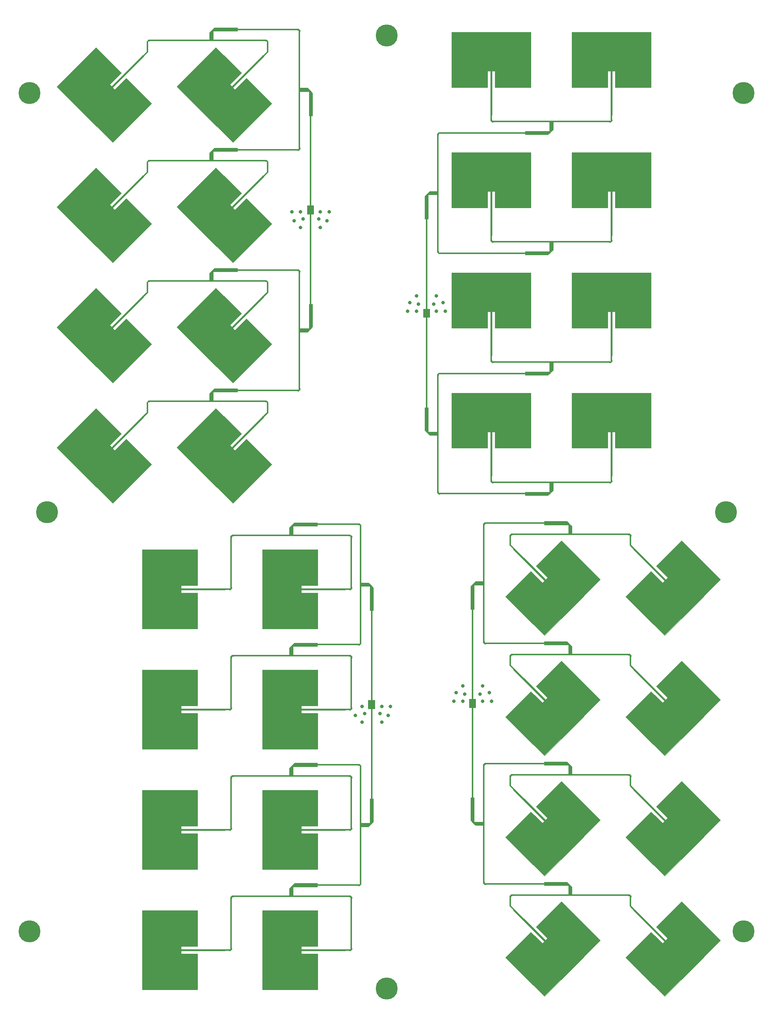
<source format=gbr>
%TF.GenerationSoftware,KiCad,Pcbnew,5.99.0-unknown-b1adb93c1~106~ubuntu20.04.1*%
%TF.CreationDate,2020-12-18T19:28:58-06:00*%
%TF.ProjectId,FlatAntPanel4x4,466c6174-416e-4745-9061-6e656c347834,rev?*%
%TF.SameCoordinates,Original*%
%TF.FileFunction,Copper,L4,Bot*%
%TF.FilePolarity,Positive*%
%FSLAX46Y46*%
G04 Gerber Fmt 4.6, Leading zero omitted, Abs format (unit mm)*
G04 Created by KiCad (PCBNEW 5.99.0-unknown-b1adb93c1~106~ubuntu20.04.1) date 2020-12-18 19:28:58*
%MOMM*%
%LPD*%
G01*
G04 APERTURE LIST*
G04 Aperture macros list*
%AMRotRect*
0 Rectangle, with rotation*
0 The origin of the aperture is its center*
0 $1 length*
0 $2 width*
0 $3 Rotation angle, in degrees counterclockwise*
0 Add horizontal line*
21,1,$1,$2,0,0,$3*%
G04 Aperture macros list end*
%TA.AperFunction,EtchedComponent*%
%ADD10C,0.000100*%
%TD*%
%TA.AperFunction,ConnectorPad*%
%ADD11R,0.308000X0.282000*%
%TD*%
%TA.AperFunction,ConnectorPad*%
%ADD12R,0.282000X0.308000*%
%TD*%
%TA.AperFunction,SMDPad,CuDef*%
%ADD13RotRect,0.363000X0.180000X135.000000*%
%TD*%
%TA.AperFunction,WasherPad*%
%ADD14C,1.565000*%
%TD*%
%TA.AperFunction,SMDPad,CuDef*%
%ADD15RotRect,0.363000X0.180000X225.000000*%
%TD*%
%TA.AperFunction,SMDPad,CuDef*%
%ADD16R,0.180000X0.363000*%
%TD*%
%TA.AperFunction,SMDPad,CuDef*%
%ADD17R,0.363000X0.180000*%
%TD*%
%TA.AperFunction,ConnectorPad*%
%ADD18C,5.000000*%
%TD*%
%TA.AperFunction,ComponentPad*%
%ADD19C,2.900000*%
%TD*%
%TA.AperFunction,ViaPad*%
%ADD20C,0.800100*%
%TD*%
%TA.AperFunction,Conductor*%
%ADD21C,0.308200*%
%TD*%
G04 APERTURE END LIST*
D10*
%TO.C,REF\u002A\u002A*%
X59160705Y-31256000D02*
X59160705Y-30464000D01*
X59160705Y-30464000D02*
X53966000Y-30464000D01*
X53966000Y-30464000D02*
X53174000Y-31256000D01*
X53174000Y-31256000D02*
X53636000Y-31256000D01*
X53636000Y-31256000D02*
X59160705Y-31256000D01*
G36*
X59160705Y-31256000D02*
G01*
X53174000Y-31256000D01*
X53966000Y-30464000D01*
X59160705Y-30464000D01*
X59160705Y-31256000D01*
G37*
X59160705Y-31256000D02*
X53174000Y-31256000D01*
X53966000Y-30464000D01*
X59160705Y-30464000D01*
X59160705Y-31256000D01*
X52844000Y-31586000D02*
X52844000Y-33255727D01*
X52844000Y-33255727D02*
X53636000Y-33255727D01*
X53636000Y-33255727D02*
X53636000Y-31256000D01*
X53636000Y-31256000D02*
X53174000Y-31256000D01*
X53174000Y-31256000D02*
X52844000Y-31586000D01*
G36*
X53636000Y-33255727D02*
G01*
X52844000Y-33255727D01*
X52844000Y-31586000D01*
X53174000Y-31256000D01*
X53636000Y-31256000D01*
X53636000Y-33255727D01*
G37*
X53636000Y-33255727D02*
X52844000Y-33255727D01*
X52844000Y-31586000D01*
X53174000Y-31256000D01*
X53636000Y-31256000D01*
X53636000Y-33255727D01*
%TO.C,AA5*%
X65820000Y-60506000D02*
X65537835Y-60506000D01*
X65537835Y-60506000D02*
X65537835Y-60814000D01*
X65537835Y-60814000D02*
X65846000Y-60814116D01*
X65846000Y-60814116D02*
X65846000Y-61122495D01*
X65846000Y-61122495D02*
X66154000Y-61122000D01*
X66154000Y-61122000D02*
X66154000Y-60840000D01*
X66154000Y-60840000D02*
X65820000Y-60506000D01*
G36*
X66154000Y-60840000D02*
G01*
X66154000Y-61122000D01*
X65846000Y-61122495D01*
X65846000Y-60814116D01*
X65537835Y-60814000D01*
X65537835Y-60506000D01*
X65820000Y-60506000D01*
X66154000Y-60840000D01*
G37*
X66154000Y-60840000D02*
X66154000Y-61122000D01*
X65846000Y-61122495D01*
X65846000Y-60814116D01*
X65537835Y-60814000D01*
X65537835Y-60506000D01*
X65820000Y-60506000D01*
X66154000Y-60840000D01*
%TO.C,REF\u002A\u002A*%
X75389000Y-65869295D02*
X76181000Y-65869295D01*
X76181000Y-65869295D02*
X76181000Y-71064000D01*
X76181000Y-71064000D02*
X75389000Y-71856000D01*
X75389000Y-71856000D02*
X75389000Y-71394000D01*
X75389000Y-71394000D02*
X75389000Y-65869295D01*
G36*
X76181000Y-71064000D02*
G01*
X75389000Y-71856000D01*
X75389000Y-65869295D01*
X76181000Y-65869295D01*
X76181000Y-71064000D01*
G37*
X76181000Y-71064000D02*
X75389000Y-71856000D01*
X75389000Y-65869295D01*
X76181000Y-65869295D01*
X76181000Y-71064000D01*
X75059000Y-72186000D02*
X73389273Y-72186000D01*
X73389273Y-72186000D02*
X73389273Y-71394000D01*
X73389273Y-71394000D02*
X75389000Y-71394000D01*
X75389000Y-71394000D02*
X75389000Y-71856000D01*
X75389000Y-71856000D02*
X75059000Y-72186000D01*
G36*
X75389000Y-71856000D02*
G01*
X75059000Y-72186000D01*
X73389273Y-72186000D01*
X73389273Y-71394000D01*
X75389000Y-71394000D01*
X75389000Y-71856000D01*
G37*
X75389000Y-71856000D02*
X75059000Y-72186000D01*
X73389273Y-72186000D01*
X73389273Y-71394000D01*
X75389000Y-71394000D01*
X75389000Y-71856000D01*
%TO.C,AE7*%
X57894349Y-16548264D02*
X58151736Y-16805651D01*
X58151736Y-16805651D02*
X65223178Y-9734208D01*
X65223178Y-9734208D02*
X64965792Y-9476822D01*
X64965792Y-9476822D02*
X57894349Y-16548264D01*
G36*
X65223178Y-9734208D02*
G01*
X58151736Y-16805651D01*
X57894349Y-16548264D01*
X64965792Y-9476822D01*
X65223178Y-9734208D01*
G37*
X65223178Y-9734208D02*
X58151736Y-16805651D01*
X57894349Y-16548264D01*
X64965792Y-9476822D01*
X65223178Y-9734208D01*
X58598707Y-17252463D02*
X57447537Y-16101293D01*
X57447537Y-16101293D02*
X60063832Y-13484998D01*
X60063832Y-13484998D02*
X54303741Y-7724906D01*
X54303741Y-7724906D02*
X45464906Y-16563741D01*
X45464906Y-16563741D02*
X58136259Y-29235094D01*
X58136259Y-29235094D02*
X66975094Y-20396259D01*
X66975094Y-20396259D02*
X61215002Y-14636168D01*
X61215002Y-14636168D02*
X58598707Y-17252463D01*
G36*
X60063832Y-13484998D02*
G01*
X57447537Y-16101293D01*
X58598707Y-17252463D01*
X61215002Y-14636168D01*
X66975094Y-20396259D01*
X58136259Y-29235094D01*
X45464906Y-16563741D01*
X54303741Y-7724906D01*
X60063832Y-13484998D01*
G37*
X60063832Y-13484998D02*
X57447537Y-16101293D01*
X58598707Y-17252463D01*
X61215002Y-14636168D01*
X66975094Y-20396259D01*
X58136259Y-29235094D01*
X45464906Y-16563741D01*
X54303741Y-7724906D01*
X60063832Y-13484998D01*
%TO.C,AE5*%
X57894349Y-43808264D02*
X58151736Y-44065651D01*
X58151736Y-44065651D02*
X65223178Y-36994208D01*
X65223178Y-36994208D02*
X64965792Y-36736822D01*
X64965792Y-36736822D02*
X57894349Y-43808264D01*
G36*
X65223178Y-36994208D02*
G01*
X58151736Y-44065651D01*
X57894349Y-43808264D01*
X64965792Y-36736822D01*
X65223178Y-36994208D01*
G37*
X65223178Y-36994208D02*
X58151736Y-44065651D01*
X57894349Y-43808264D01*
X64965792Y-36736822D01*
X65223178Y-36994208D01*
X58598707Y-44512463D02*
X57447537Y-43361293D01*
X57447537Y-43361293D02*
X60063832Y-40744998D01*
X60063832Y-40744998D02*
X54303741Y-34984906D01*
X54303741Y-34984906D02*
X45464906Y-43823741D01*
X45464906Y-43823741D02*
X58136259Y-56495094D01*
X58136259Y-56495094D02*
X66975094Y-47656259D01*
X66975094Y-47656259D02*
X61215002Y-41896168D01*
X61215002Y-41896168D02*
X58598707Y-44512463D01*
G36*
X60063832Y-40744998D02*
G01*
X57447537Y-43361293D01*
X58598707Y-44512463D01*
X61215002Y-41896168D01*
X66975094Y-47656259D01*
X58136259Y-56495094D01*
X45464906Y-43823741D01*
X54303741Y-34984906D01*
X60063832Y-40744998D01*
G37*
X60063832Y-40744998D02*
X57447537Y-43361293D01*
X58598707Y-44512463D01*
X61215002Y-41896168D01*
X66975094Y-47656259D01*
X58136259Y-56495094D01*
X45464906Y-43823741D01*
X54303741Y-34984906D01*
X60063832Y-40744998D01*
%TO.C,AE4*%
X30634349Y-43808264D02*
X30891736Y-44065651D01*
X30891736Y-44065651D02*
X37963178Y-36994208D01*
X37963178Y-36994208D02*
X37705792Y-36736822D01*
X37705792Y-36736822D02*
X30634349Y-43808264D01*
G36*
X37963178Y-36994208D02*
G01*
X30891736Y-44065651D01*
X30634349Y-43808264D01*
X37705792Y-36736822D01*
X37963178Y-36994208D01*
G37*
X37963178Y-36994208D02*
X30891736Y-44065651D01*
X30634349Y-43808264D01*
X37705792Y-36736822D01*
X37963178Y-36994208D01*
X31338707Y-44512463D02*
X30187537Y-43361293D01*
X30187537Y-43361293D02*
X32803832Y-40744998D01*
X32803832Y-40744998D02*
X27043741Y-34984906D01*
X27043741Y-34984906D02*
X18204906Y-43823741D01*
X18204906Y-43823741D02*
X30876259Y-56495094D01*
X30876259Y-56495094D02*
X39715094Y-47656259D01*
X39715094Y-47656259D02*
X33955002Y-41896168D01*
X33955002Y-41896168D02*
X31338707Y-44512463D01*
G36*
X32803832Y-40744998D02*
G01*
X30187537Y-43361293D01*
X31338707Y-44512463D01*
X33955002Y-41896168D01*
X39715094Y-47656259D01*
X30876259Y-56495094D01*
X18204906Y-43823741D01*
X27043741Y-34984906D01*
X32803832Y-40744998D01*
G37*
X32803832Y-40744998D02*
X30187537Y-43361293D01*
X31338707Y-44512463D01*
X33955002Y-41896168D01*
X39715094Y-47656259D01*
X30876259Y-56495094D01*
X18204906Y-43823741D01*
X27043741Y-34984906D01*
X32803832Y-40744998D01*
%TO.C,AE1*%
X57894349Y-98328264D02*
X58151736Y-98585651D01*
X58151736Y-98585651D02*
X65223178Y-91514208D01*
X65223178Y-91514208D02*
X64965792Y-91256822D01*
X64965792Y-91256822D02*
X57894349Y-98328264D01*
G36*
X65223178Y-91514208D02*
G01*
X58151736Y-98585651D01*
X57894349Y-98328264D01*
X64965792Y-91256822D01*
X65223178Y-91514208D01*
G37*
X65223178Y-91514208D02*
X58151736Y-98585651D01*
X57894349Y-98328264D01*
X64965792Y-91256822D01*
X65223178Y-91514208D01*
X58598707Y-99032463D02*
X57447537Y-97881293D01*
X57447537Y-97881293D02*
X60063832Y-95264998D01*
X60063832Y-95264998D02*
X54303741Y-89504906D01*
X54303741Y-89504906D02*
X45464906Y-98343741D01*
X45464906Y-98343741D02*
X58136259Y-111015094D01*
X58136259Y-111015094D02*
X66975094Y-102176259D01*
X66975094Y-102176259D02*
X61215002Y-96416168D01*
X61215002Y-96416168D02*
X58598707Y-99032463D01*
G36*
X60063832Y-95264998D02*
G01*
X57447537Y-97881293D01*
X58598707Y-99032463D01*
X61215002Y-96416168D01*
X66975094Y-102176259D01*
X58136259Y-111015094D01*
X45464906Y-98343741D01*
X54303741Y-89504906D01*
X60063832Y-95264998D01*
G37*
X60063832Y-95264998D02*
X57447537Y-97881293D01*
X58598707Y-99032463D01*
X61215002Y-96416168D01*
X66975094Y-102176259D01*
X58136259Y-111015094D01*
X45464906Y-98343741D01*
X54303741Y-89504906D01*
X60063832Y-95264998D01*
%TO.C,AE3*%
X30634349Y-71068264D02*
X30891736Y-71325651D01*
X30891736Y-71325651D02*
X37963178Y-64254208D01*
X37963178Y-64254208D02*
X37705792Y-63996822D01*
X37705792Y-63996822D02*
X30634349Y-71068264D01*
G36*
X37963178Y-64254208D02*
G01*
X30891736Y-71325651D01*
X30634349Y-71068264D01*
X37705792Y-63996822D01*
X37963178Y-64254208D01*
G37*
X37963178Y-64254208D02*
X30891736Y-71325651D01*
X30634349Y-71068264D01*
X37705792Y-63996822D01*
X37963178Y-64254208D01*
X31338707Y-71772463D02*
X30187537Y-70621293D01*
X30187537Y-70621293D02*
X32803832Y-68004998D01*
X32803832Y-68004998D02*
X27043741Y-62244906D01*
X27043741Y-62244906D02*
X18204906Y-71083741D01*
X18204906Y-71083741D02*
X30876259Y-83755094D01*
X30876259Y-83755094D02*
X39715094Y-74916259D01*
X39715094Y-74916259D02*
X33955002Y-69156168D01*
X33955002Y-69156168D02*
X31338707Y-71772463D01*
G36*
X32803832Y-68004998D02*
G01*
X30187537Y-70621293D01*
X31338707Y-71772463D01*
X33955002Y-69156168D01*
X39715094Y-74916259D01*
X30876259Y-83755094D01*
X18204906Y-71083741D01*
X27043741Y-62244906D01*
X32803832Y-68004998D01*
G37*
X32803832Y-68004998D02*
X30187537Y-70621293D01*
X31338707Y-71772463D01*
X33955002Y-69156168D01*
X39715094Y-74916259D01*
X30876259Y-83755094D01*
X18204906Y-71083741D01*
X27043741Y-62244906D01*
X32803832Y-68004998D01*
%TO.C,REF\u002A\u002A*%
X75389000Y-23190705D02*
X76181000Y-23190705D01*
X76181000Y-23190705D02*
X76181000Y-17996000D01*
X76181000Y-17996000D02*
X75389000Y-17204000D01*
X75389000Y-17204000D02*
X75389000Y-17666000D01*
X75389000Y-17666000D02*
X75389000Y-23190705D01*
G36*
X76181000Y-17996000D02*
G01*
X76181000Y-23190705D01*
X75389000Y-23190705D01*
X75389000Y-17204000D01*
X76181000Y-17996000D01*
G37*
X76181000Y-17996000D02*
X76181000Y-23190705D01*
X75389000Y-23190705D01*
X75389000Y-17204000D01*
X76181000Y-17996000D01*
X75059000Y-16874000D02*
X73389273Y-16874000D01*
X73389273Y-16874000D02*
X73389273Y-17666000D01*
X73389273Y-17666000D02*
X75389000Y-17666000D01*
X75389000Y-17666000D02*
X75389000Y-17204000D01*
X75389000Y-17204000D02*
X75059000Y-16874000D01*
G36*
X75389000Y-17204000D02*
G01*
X75389000Y-17666000D01*
X73389273Y-17666000D01*
X73389273Y-16874000D01*
X75059000Y-16874000D01*
X75389000Y-17204000D01*
G37*
X75389000Y-17204000D02*
X75389000Y-17666000D01*
X73389273Y-17666000D01*
X73389273Y-16874000D01*
X75059000Y-16874000D01*
X75389000Y-17204000D01*
%TO.C,AE6*%
X57894349Y-71068264D02*
X58151736Y-71325651D01*
X58151736Y-71325651D02*
X65223178Y-64254208D01*
X65223178Y-64254208D02*
X64965792Y-63996822D01*
X64965792Y-63996822D02*
X57894349Y-71068264D01*
G36*
X65223178Y-64254208D02*
G01*
X58151736Y-71325651D01*
X57894349Y-71068264D01*
X64965792Y-63996822D01*
X65223178Y-64254208D01*
G37*
X65223178Y-64254208D02*
X58151736Y-71325651D01*
X57894349Y-71068264D01*
X64965792Y-63996822D01*
X65223178Y-64254208D01*
X58598707Y-71772463D02*
X57447537Y-70621293D01*
X57447537Y-70621293D02*
X60063832Y-68004998D01*
X60063832Y-68004998D02*
X54303741Y-62244906D01*
X54303741Y-62244906D02*
X45464906Y-71083741D01*
X45464906Y-71083741D02*
X58136259Y-83755094D01*
X58136259Y-83755094D02*
X66975094Y-74916259D01*
X66975094Y-74916259D02*
X61215002Y-69156168D01*
X61215002Y-69156168D02*
X58598707Y-71772463D01*
G36*
X60063832Y-68004998D02*
G01*
X57447537Y-70621293D01*
X58598707Y-71772463D01*
X61215002Y-69156168D01*
X66975094Y-74916259D01*
X58136259Y-83755094D01*
X45464906Y-71083741D01*
X54303741Y-62244906D01*
X60063832Y-68004998D01*
G37*
X60063832Y-68004998D02*
X57447537Y-70621293D01*
X58598707Y-71772463D01*
X61215002Y-69156168D01*
X66975094Y-74916259D01*
X58136259Y-83755094D01*
X45464906Y-71083741D01*
X54303741Y-62244906D01*
X60063832Y-68004998D01*
%TO.C,AE8*%
X30634349Y-98328264D02*
X30891736Y-98585651D01*
X30891736Y-98585651D02*
X37963178Y-91514208D01*
X37963178Y-91514208D02*
X37705792Y-91256822D01*
X37705792Y-91256822D02*
X30634349Y-98328264D01*
G36*
X37963178Y-91514208D02*
G01*
X30891736Y-98585651D01*
X30634349Y-98328264D01*
X37705792Y-91256822D01*
X37963178Y-91514208D01*
G37*
X37963178Y-91514208D02*
X30891736Y-98585651D01*
X30634349Y-98328264D01*
X37705792Y-91256822D01*
X37963178Y-91514208D01*
X31338707Y-99032463D02*
X30187537Y-97881293D01*
X30187537Y-97881293D02*
X32803832Y-95264998D01*
X32803832Y-95264998D02*
X27043741Y-89504906D01*
X27043741Y-89504906D02*
X18204906Y-98343741D01*
X18204906Y-98343741D02*
X30876259Y-111015094D01*
X30876259Y-111015094D02*
X39715094Y-102176259D01*
X39715094Y-102176259D02*
X33955002Y-96416168D01*
X33955002Y-96416168D02*
X31338707Y-99032463D01*
G36*
X32803832Y-95264998D02*
G01*
X30187537Y-97881293D01*
X31338707Y-99032463D01*
X33955002Y-96416168D01*
X39715094Y-102176259D01*
X30876259Y-111015094D01*
X18204906Y-98343741D01*
X27043741Y-89504906D01*
X32803832Y-95264998D01*
G37*
X32803832Y-95264998D02*
X30187537Y-97881293D01*
X31338707Y-99032463D01*
X33955002Y-96416168D01*
X39715094Y-102176259D01*
X30876259Y-111015094D01*
X18204906Y-98343741D01*
X27043741Y-89504906D01*
X32803832Y-95264998D01*
%TO.C,REF\u002A\u002A*%
X52844000Y-86106000D02*
X52844000Y-87775727D01*
X52844000Y-87775727D02*
X53636000Y-87775727D01*
X53636000Y-87775727D02*
X53636000Y-85776000D01*
X53636000Y-85776000D02*
X53174000Y-85776000D01*
X53174000Y-85776000D02*
X52844000Y-86106000D01*
G36*
X53636000Y-87775727D02*
G01*
X52844000Y-87775727D01*
X52844000Y-86106000D01*
X53174000Y-85776000D01*
X53636000Y-85776000D01*
X53636000Y-87775727D01*
G37*
X53636000Y-87775727D02*
X52844000Y-87775727D01*
X52844000Y-86106000D01*
X53174000Y-85776000D01*
X53636000Y-85776000D01*
X53636000Y-87775727D01*
X59160705Y-85776000D02*
X59160705Y-84984000D01*
X59160705Y-84984000D02*
X53966000Y-84984000D01*
X53966000Y-84984000D02*
X53174000Y-85776000D01*
X53174000Y-85776000D02*
X53636000Y-85776000D01*
X53636000Y-85776000D02*
X59160705Y-85776000D01*
G36*
X59160705Y-85776000D02*
G01*
X53174000Y-85776000D01*
X53966000Y-84984000D01*
X59160705Y-84984000D01*
X59160705Y-85776000D01*
G37*
X59160705Y-85776000D02*
X53174000Y-85776000D01*
X53966000Y-84984000D01*
X59160705Y-84984000D01*
X59160705Y-85776000D01*
%TO.C,AA5*%
X73394000Y-85240000D02*
X73394000Y-84957835D01*
X73394000Y-84957835D02*
X73086000Y-84957835D01*
X73086000Y-84957835D02*
X73085884Y-85266000D01*
X73085884Y-85266000D02*
X72777505Y-85266000D01*
X72777505Y-85266000D02*
X72778000Y-85574000D01*
X72778000Y-85574000D02*
X73060000Y-85574000D01*
X73060000Y-85574000D02*
X73394000Y-85240000D01*
G36*
X73394000Y-85240000D02*
G01*
X73060000Y-85574000D01*
X72778000Y-85574000D01*
X72777505Y-85266000D01*
X73085884Y-85266000D01*
X73086000Y-84957835D01*
X73394000Y-84957835D01*
X73394000Y-85240000D01*
G37*
X73394000Y-85240000D02*
X73060000Y-85574000D01*
X72778000Y-85574000D01*
X72777505Y-85266000D01*
X73085884Y-85266000D01*
X73086000Y-84957835D01*
X73394000Y-84957835D01*
X73394000Y-85240000D01*
X38586000Y-88100000D02*
X38586000Y-88382165D01*
X38586000Y-88382165D02*
X38894000Y-88382165D01*
X38894000Y-88382165D02*
X38894116Y-88074000D01*
X38894116Y-88074000D02*
X39202495Y-88074000D01*
X39202495Y-88074000D02*
X39202000Y-87766000D01*
X39202000Y-87766000D02*
X38920000Y-87766000D01*
X38920000Y-87766000D02*
X38586000Y-88100000D01*
G36*
X39202495Y-88074000D02*
G01*
X38894116Y-88074000D01*
X38894000Y-88382165D01*
X38586000Y-88382165D01*
X38586000Y-88100000D01*
X38920000Y-87766000D01*
X39202000Y-87766000D01*
X39202495Y-88074000D01*
G37*
X39202495Y-88074000D02*
X38894116Y-88074000D01*
X38894000Y-88382165D01*
X38586000Y-88382165D01*
X38586000Y-88100000D01*
X38920000Y-87766000D01*
X39202000Y-87766000D01*
X39202495Y-88074000D01*
X65820000Y-5986000D02*
X65537835Y-5986000D01*
X65537835Y-5986000D02*
X65537835Y-6294000D01*
X65537835Y-6294000D02*
X65846000Y-6294116D01*
X65846000Y-6294116D02*
X65846000Y-6602495D01*
X65846000Y-6602495D02*
X66154000Y-6602000D01*
X66154000Y-6602000D02*
X66154000Y-6320000D01*
X66154000Y-6320000D02*
X65820000Y-5986000D01*
G36*
X66154000Y-6320000D02*
G01*
X66154000Y-6602000D01*
X65846000Y-6602495D01*
X65846000Y-6294116D01*
X65537835Y-6294000D01*
X65537835Y-5986000D01*
X65820000Y-5986000D01*
X66154000Y-6320000D01*
G37*
X66154000Y-6320000D02*
X66154000Y-6602000D01*
X65846000Y-6602495D01*
X65846000Y-6294116D01*
X65537835Y-6294000D01*
X65537835Y-5986000D01*
X65820000Y-5986000D01*
X66154000Y-6320000D01*
X73060000Y-58006000D02*
X72777835Y-58006000D01*
X72777835Y-58006000D02*
X72777835Y-58314000D01*
X72777835Y-58314000D02*
X73086000Y-58314116D01*
X73086000Y-58314116D02*
X73086000Y-58622495D01*
X73086000Y-58622495D02*
X73394000Y-58622000D01*
X73394000Y-58622000D02*
X73394000Y-58340000D01*
X73394000Y-58340000D02*
X73060000Y-58006000D01*
G36*
X73394000Y-58340000D02*
G01*
X73394000Y-58622000D01*
X73086000Y-58622495D01*
X73086000Y-58314116D01*
X72777835Y-58314000D01*
X72777835Y-58006000D01*
X73060000Y-58006000D01*
X73394000Y-58340000D01*
G37*
X73394000Y-58340000D02*
X73394000Y-58622000D01*
X73086000Y-58622495D01*
X73086000Y-58314116D01*
X72777835Y-58314000D01*
X72777835Y-58006000D01*
X73060000Y-58006000D01*
X73394000Y-58340000D01*
%TO.C,REF\u002A\u002A*%
X52844000Y-4326000D02*
X52844000Y-5995727D01*
X52844000Y-5995727D02*
X53636000Y-5995727D01*
X53636000Y-5995727D02*
X53636000Y-3996000D01*
X53636000Y-3996000D02*
X53174000Y-3996000D01*
X53174000Y-3996000D02*
X52844000Y-4326000D01*
G36*
X53636000Y-5995727D02*
G01*
X52844000Y-5995727D01*
X52844000Y-4326000D01*
X53174000Y-3996000D01*
X53636000Y-3996000D01*
X53636000Y-5995727D01*
G37*
X53636000Y-5995727D02*
X52844000Y-5995727D01*
X52844000Y-4326000D01*
X53174000Y-3996000D01*
X53636000Y-3996000D01*
X53636000Y-5995727D01*
X59160705Y-3996000D02*
X59160705Y-3204000D01*
X59160705Y-3204000D02*
X53966000Y-3204000D01*
X53966000Y-3204000D02*
X53174000Y-3996000D01*
X53174000Y-3996000D02*
X53636000Y-3996000D01*
X53636000Y-3996000D02*
X59160705Y-3996000D01*
G36*
X59160705Y-3996000D02*
G01*
X53174000Y-3996000D01*
X53966000Y-3204000D01*
X59160705Y-3204000D01*
X59160705Y-3996000D01*
G37*
X59160705Y-3996000D02*
X53174000Y-3996000D01*
X53966000Y-3204000D01*
X59160705Y-3204000D01*
X59160705Y-3996000D01*
%TO.C,AA5*%
X73394000Y-30720000D02*
X73394000Y-30437835D01*
X73394000Y-30437835D02*
X73086000Y-30437835D01*
X73086000Y-30437835D02*
X73085884Y-30746000D01*
X73085884Y-30746000D02*
X72777505Y-30746000D01*
X72777505Y-30746000D02*
X72778000Y-31054000D01*
X72778000Y-31054000D02*
X73060000Y-31054000D01*
X73060000Y-31054000D02*
X73394000Y-30720000D01*
G36*
X73394000Y-30720000D02*
G01*
X73060000Y-31054000D01*
X72778000Y-31054000D01*
X72777505Y-30746000D01*
X73085884Y-30746000D01*
X73086000Y-30437835D01*
X73394000Y-30437835D01*
X73394000Y-30720000D01*
G37*
X73394000Y-30720000D02*
X73060000Y-31054000D01*
X72778000Y-31054000D01*
X72777505Y-30746000D01*
X73085884Y-30746000D01*
X73086000Y-30437835D01*
X73394000Y-30437835D01*
X73394000Y-30720000D01*
X38586000Y-33580000D02*
X38586000Y-33862165D01*
X38586000Y-33862165D02*
X38894000Y-33862165D01*
X38894000Y-33862165D02*
X38894116Y-33554000D01*
X38894116Y-33554000D02*
X39202495Y-33554000D01*
X39202495Y-33554000D02*
X39202000Y-33246000D01*
X39202000Y-33246000D02*
X38920000Y-33246000D01*
X38920000Y-33246000D02*
X38586000Y-33580000D01*
G36*
X39202495Y-33554000D02*
G01*
X38894116Y-33554000D01*
X38894000Y-33862165D01*
X38586000Y-33862165D01*
X38586000Y-33580000D01*
X38920000Y-33246000D01*
X39202000Y-33246000D01*
X39202495Y-33554000D01*
G37*
X39202495Y-33554000D02*
X38894116Y-33554000D01*
X38894000Y-33862165D01*
X38586000Y-33862165D01*
X38586000Y-33580000D01*
X38920000Y-33246000D01*
X39202000Y-33246000D01*
X39202495Y-33554000D01*
X73060000Y-3486000D02*
X72777835Y-3486000D01*
X72777835Y-3486000D02*
X72777835Y-3794000D01*
X72777835Y-3794000D02*
X73086000Y-3794116D01*
X73086000Y-3794116D02*
X73086000Y-4102495D01*
X73086000Y-4102495D02*
X73394000Y-4102000D01*
X73394000Y-4102000D02*
X73394000Y-3820000D01*
X73394000Y-3820000D02*
X73060000Y-3486000D01*
G36*
X73394000Y-3820000D02*
G01*
X73394000Y-4102000D01*
X73086000Y-4102495D01*
X73086000Y-3794116D01*
X72777835Y-3794000D01*
X72777835Y-3486000D01*
X73060000Y-3486000D01*
X73394000Y-3820000D01*
G37*
X73394000Y-3820000D02*
X73394000Y-4102000D01*
X73086000Y-4102495D01*
X73086000Y-3794116D01*
X72777835Y-3794000D01*
X72777835Y-3486000D01*
X73060000Y-3486000D01*
X73394000Y-3820000D01*
X65820000Y-87766000D02*
X65537835Y-87766000D01*
X65537835Y-87766000D02*
X65537835Y-88074000D01*
X65537835Y-88074000D02*
X65846000Y-88074116D01*
X65846000Y-88074116D02*
X65846000Y-88382495D01*
X65846000Y-88382495D02*
X66154000Y-88382000D01*
X66154000Y-88382000D02*
X66154000Y-88100000D01*
X66154000Y-88100000D02*
X65820000Y-87766000D01*
G36*
X66154000Y-88100000D02*
G01*
X66154000Y-88382000D01*
X65846000Y-88382495D01*
X65846000Y-88074116D01*
X65537835Y-88074000D01*
X65537835Y-87766000D01*
X65820000Y-87766000D01*
X66154000Y-88100000D01*
G37*
X66154000Y-88100000D02*
X66154000Y-88382000D01*
X65846000Y-88382495D01*
X65846000Y-88074116D01*
X65537835Y-88074000D01*
X65537835Y-87766000D01*
X65820000Y-87766000D01*
X66154000Y-88100000D01*
X65820000Y-33246000D02*
X65537835Y-33246000D01*
X65537835Y-33246000D02*
X65537835Y-33554000D01*
X65537835Y-33554000D02*
X65846000Y-33554116D01*
X65846000Y-33554116D02*
X65846000Y-33862495D01*
X65846000Y-33862495D02*
X66154000Y-33862000D01*
X66154000Y-33862000D02*
X66154000Y-33580000D01*
X66154000Y-33580000D02*
X65820000Y-33246000D01*
G36*
X66154000Y-33580000D02*
G01*
X66154000Y-33862000D01*
X65846000Y-33862495D01*
X65846000Y-33554116D01*
X65537835Y-33554000D01*
X65537835Y-33246000D01*
X65820000Y-33246000D01*
X66154000Y-33580000D01*
G37*
X66154000Y-33580000D02*
X66154000Y-33862000D01*
X65846000Y-33862495D01*
X65846000Y-33554116D01*
X65537835Y-33554000D01*
X65537835Y-33246000D01*
X65820000Y-33246000D01*
X66154000Y-33580000D01*
X38586000Y-60840000D02*
X38586000Y-61122165D01*
X38586000Y-61122165D02*
X38894000Y-61122165D01*
X38894000Y-61122165D02*
X38894116Y-60814000D01*
X38894116Y-60814000D02*
X39202495Y-60814000D01*
X39202495Y-60814000D02*
X39202000Y-60506000D01*
X39202000Y-60506000D02*
X38920000Y-60506000D01*
X38920000Y-60506000D02*
X38586000Y-60840000D01*
G36*
X39202495Y-60814000D02*
G01*
X38894116Y-60814000D01*
X38894000Y-61122165D01*
X38586000Y-61122165D01*
X38586000Y-60840000D01*
X38920000Y-60506000D01*
X39202000Y-60506000D01*
X39202495Y-60814000D01*
G37*
X39202495Y-60814000D02*
X38894116Y-60814000D01*
X38894000Y-61122165D01*
X38586000Y-61122165D01*
X38586000Y-60840000D01*
X38920000Y-60506000D01*
X39202000Y-60506000D01*
X39202495Y-60814000D01*
%TO.C,REF\u002A\u002A*%
X59160705Y-58516000D02*
X59160705Y-57724000D01*
X59160705Y-57724000D02*
X53966000Y-57724000D01*
X53966000Y-57724000D02*
X53174000Y-58516000D01*
X53174000Y-58516000D02*
X53636000Y-58516000D01*
X53636000Y-58516000D02*
X59160705Y-58516000D01*
G36*
X59160705Y-58516000D02*
G01*
X53174000Y-58516000D01*
X53966000Y-57724000D01*
X59160705Y-57724000D01*
X59160705Y-58516000D01*
G37*
X59160705Y-58516000D02*
X53174000Y-58516000D01*
X53966000Y-57724000D01*
X59160705Y-57724000D01*
X59160705Y-58516000D01*
X52844000Y-58846000D02*
X52844000Y-60515727D01*
X52844000Y-60515727D02*
X53636000Y-60515727D01*
X53636000Y-60515727D02*
X53636000Y-58516000D01*
X53636000Y-58516000D02*
X53174000Y-58516000D01*
X53174000Y-58516000D02*
X52844000Y-58846000D01*
G36*
X53636000Y-60515727D02*
G01*
X52844000Y-60515727D01*
X52844000Y-58846000D01*
X53174000Y-58516000D01*
X53636000Y-58516000D01*
X53636000Y-60515727D01*
G37*
X53636000Y-60515727D02*
X52844000Y-60515727D01*
X52844000Y-58846000D01*
X53174000Y-58516000D01*
X53636000Y-58516000D01*
X53636000Y-60515727D01*
%TO.C,AA5*%
X38586000Y-6320000D02*
X38586000Y-6602165D01*
X38586000Y-6602165D02*
X38894000Y-6602165D01*
X38894000Y-6602165D02*
X38894116Y-6294000D01*
X38894116Y-6294000D02*
X39202495Y-6294000D01*
X39202495Y-6294000D02*
X39202000Y-5986000D01*
X39202000Y-5986000D02*
X38920000Y-5986000D01*
X38920000Y-5986000D02*
X38586000Y-6320000D01*
G36*
X39202495Y-6294000D02*
G01*
X38894116Y-6294000D01*
X38894000Y-6602165D01*
X38586000Y-6602165D01*
X38586000Y-6320000D01*
X38920000Y-5986000D01*
X39202000Y-5986000D01*
X39202495Y-6294000D01*
G37*
X39202495Y-6294000D02*
X38894116Y-6294000D01*
X38894000Y-6602165D01*
X38586000Y-6602165D01*
X38586000Y-6320000D01*
X38920000Y-5986000D01*
X39202000Y-5986000D01*
X39202495Y-6294000D01*
%TO.C,AA10*%
X144154000Y-106112000D02*
X144154000Y-105829835D01*
X144154000Y-105829835D02*
X143846000Y-105829835D01*
X143846000Y-105829835D02*
X143845884Y-106138000D01*
X143845884Y-106138000D02*
X143537505Y-106138000D01*
X143537505Y-106138000D02*
X143538000Y-106446000D01*
X143538000Y-106446000D02*
X143820000Y-106446000D01*
X143820000Y-106446000D02*
X144154000Y-106112000D01*
G36*
X144154000Y-106112000D02*
G01*
X143820000Y-106446000D01*
X143538000Y-106446000D01*
X143537505Y-106138000D01*
X143845884Y-106138000D01*
X143846000Y-105829835D01*
X144154000Y-105829835D01*
X144154000Y-106112000D01*
G37*
X144154000Y-106112000D02*
X143820000Y-106446000D01*
X143538000Y-106446000D01*
X143537505Y-106138000D01*
X143845884Y-106138000D01*
X143846000Y-105829835D01*
X144154000Y-105829835D01*
X144154000Y-106112000D01*
%TO.C,AA15*%
X104800000Y-108994000D02*
X105082165Y-108994000D01*
X105082165Y-108994000D02*
X105082165Y-108686000D01*
X105082165Y-108686000D02*
X104774000Y-108685884D01*
X104774000Y-108685884D02*
X104774000Y-108377505D01*
X104774000Y-108377505D02*
X104466000Y-108378000D01*
X104466000Y-108378000D02*
X104466000Y-108660000D01*
X104466000Y-108660000D02*
X104800000Y-108994000D01*
G36*
X104774000Y-108685884D02*
G01*
X105082165Y-108686000D01*
X105082165Y-108994000D01*
X104800000Y-108994000D01*
X104466000Y-108660000D01*
X104466000Y-108378000D01*
X104774000Y-108377505D01*
X104774000Y-108685884D01*
G37*
X104774000Y-108685884D02*
X105082165Y-108686000D01*
X105082165Y-108994000D01*
X104800000Y-108994000D01*
X104466000Y-108660000D01*
X104466000Y-108378000D01*
X104774000Y-108377505D01*
X104774000Y-108685884D01*
%TO.C,AA11*%
X116920000Y-106446000D02*
X117202165Y-106446000D01*
X117202165Y-106446000D02*
X117202165Y-106138000D01*
X117202165Y-106138000D02*
X116894000Y-106137884D01*
X116894000Y-106137884D02*
X116894000Y-105829505D01*
X116894000Y-105829505D02*
X116586000Y-105830000D01*
X116586000Y-105830000D02*
X116586000Y-106112000D01*
X116586000Y-106112000D02*
X116920000Y-106446000D01*
G36*
X116894000Y-106137884D02*
G01*
X117202165Y-106138000D01*
X117202165Y-106446000D01*
X116920000Y-106446000D01*
X116586000Y-106112000D01*
X116586000Y-105830000D01*
X116894000Y-105829505D01*
X116894000Y-106137884D01*
G37*
X116894000Y-106137884D02*
X117202165Y-106138000D01*
X117202165Y-106446000D01*
X116920000Y-106446000D01*
X116586000Y-106112000D01*
X116586000Y-105830000D01*
X116894000Y-105829505D01*
X116894000Y-106137884D01*
%TO.C,REF\u002A\u002A*%
X130766000Y-108114000D02*
X130766000Y-106444273D01*
X130766000Y-106444273D02*
X129974000Y-106444273D01*
X129974000Y-106444273D02*
X129974000Y-108444000D01*
X129974000Y-108444000D02*
X130436000Y-108444000D01*
X130436000Y-108444000D02*
X130766000Y-108114000D01*
G36*
X130766000Y-108114000D02*
G01*
X130436000Y-108444000D01*
X129974000Y-108444000D01*
X129974000Y-106444273D01*
X130766000Y-106444273D01*
X130766000Y-108114000D01*
G37*
X130766000Y-108114000D02*
X130436000Y-108444000D01*
X129974000Y-108444000D01*
X129974000Y-106444273D01*
X130766000Y-106444273D01*
X130766000Y-108114000D01*
X124449295Y-108444000D02*
X124449295Y-109236000D01*
X124449295Y-109236000D02*
X129644000Y-109236000D01*
X129644000Y-109236000D02*
X130436000Y-108444000D01*
X130436000Y-108444000D02*
X129974000Y-108444000D01*
X129974000Y-108444000D02*
X124449295Y-108444000D01*
G36*
X129644000Y-109236000D02*
G01*
X124449295Y-109236000D01*
X124449295Y-108444000D01*
X130436000Y-108444000D01*
X129644000Y-109236000D01*
G37*
X129644000Y-109236000D02*
X124449295Y-109236000D01*
X124449295Y-108444000D01*
X130436000Y-108444000D01*
X129644000Y-109236000D01*
X124449295Y-81184000D02*
X124449295Y-81976000D01*
X124449295Y-81976000D02*
X129644000Y-81976000D01*
X129644000Y-81976000D02*
X130436000Y-81184000D01*
X130436000Y-81184000D02*
X129974000Y-81184000D01*
X129974000Y-81184000D02*
X124449295Y-81184000D01*
G36*
X129644000Y-81976000D02*
G01*
X124449295Y-81976000D01*
X124449295Y-81184000D01*
X130436000Y-81184000D01*
X129644000Y-81976000D01*
G37*
X129644000Y-81976000D02*
X124449295Y-81976000D01*
X124449295Y-81184000D01*
X130436000Y-81184000D01*
X129644000Y-81976000D01*
X130766000Y-80854000D02*
X130766000Y-79184273D01*
X130766000Y-79184273D02*
X129974000Y-79184273D01*
X129974000Y-79184273D02*
X129974000Y-81184000D01*
X129974000Y-81184000D02*
X130436000Y-81184000D01*
X130436000Y-81184000D02*
X130766000Y-80854000D01*
G36*
X130766000Y-80854000D02*
G01*
X130436000Y-81184000D01*
X129974000Y-81184000D01*
X129974000Y-79184273D01*
X130766000Y-79184273D01*
X130766000Y-80854000D01*
G37*
X130766000Y-80854000D02*
X130436000Y-81184000D01*
X129974000Y-81184000D01*
X129974000Y-79184273D01*
X130766000Y-79184273D01*
X130766000Y-80854000D01*
%TO.C,AA15*%
X104466000Y-81760000D02*
X104466000Y-82042165D01*
X104466000Y-82042165D02*
X104774000Y-82042165D01*
X104774000Y-82042165D02*
X104774116Y-81734000D01*
X104774116Y-81734000D02*
X105082495Y-81734000D01*
X105082495Y-81734000D02*
X105082000Y-81426000D01*
X105082000Y-81426000D02*
X104800000Y-81426000D01*
X104800000Y-81426000D02*
X104466000Y-81760000D01*
G36*
X105082495Y-81734000D02*
G01*
X104774116Y-81734000D01*
X104774000Y-82042165D01*
X104466000Y-82042165D01*
X104466000Y-81760000D01*
X104800000Y-81426000D01*
X105082000Y-81426000D01*
X105082495Y-81734000D01*
G37*
X105082495Y-81734000D02*
X104774116Y-81734000D01*
X104774000Y-82042165D01*
X104466000Y-82042165D01*
X104466000Y-81760000D01*
X104800000Y-81426000D01*
X105082000Y-81426000D01*
X105082495Y-81734000D01*
%TO.C,AA10*%
X144154000Y-78851000D02*
X144154000Y-78568835D01*
X144154000Y-78568835D02*
X143846000Y-78568835D01*
X143846000Y-78568835D02*
X143845884Y-78877000D01*
X143845884Y-78877000D02*
X143537505Y-78877000D01*
X143537505Y-78877000D02*
X143538000Y-79185000D01*
X143538000Y-79185000D02*
X143820000Y-79185000D01*
X143820000Y-79185000D02*
X144154000Y-78851000D01*
G36*
X144154000Y-78851000D02*
G01*
X143820000Y-79185000D01*
X143538000Y-79185000D01*
X143537505Y-78877000D01*
X143845884Y-78877000D01*
X143846000Y-78568835D01*
X144154000Y-78568835D01*
X144154000Y-78851000D01*
G37*
X144154000Y-78851000D02*
X143820000Y-79185000D01*
X143538000Y-79185000D01*
X143537505Y-78877000D01*
X143845884Y-78877000D01*
X143846000Y-78568835D01*
X144154000Y-78568835D01*
X144154000Y-78851000D01*
%TO.C,AA11*%
X116920000Y-79185000D02*
X117202165Y-79185000D01*
X117202165Y-79185000D02*
X117202165Y-78877000D01*
X117202165Y-78877000D02*
X116894000Y-78876884D01*
X116894000Y-78876884D02*
X116894000Y-78568505D01*
X116894000Y-78568505D02*
X116586000Y-78569000D01*
X116586000Y-78569000D02*
X116586000Y-78851000D01*
X116586000Y-78851000D02*
X116920000Y-79185000D01*
G36*
X116894000Y-78876884D02*
G01*
X117202165Y-78877000D01*
X117202165Y-79185000D01*
X116920000Y-79185000D01*
X116586000Y-78851000D01*
X116586000Y-78569000D01*
X116894000Y-78568505D01*
X116894000Y-78876884D01*
G37*
X116894000Y-78876884D02*
X117202165Y-78877000D01*
X117202165Y-79185000D01*
X116920000Y-79185000D01*
X116586000Y-78851000D01*
X116586000Y-78569000D01*
X116894000Y-78568505D01*
X116894000Y-78876884D01*
%TO.C,REF\u002A\u002A*%
X102476000Y-46610705D02*
X101684000Y-46610705D01*
X101684000Y-46610705D02*
X101684000Y-41416000D01*
X101684000Y-41416000D02*
X102476000Y-40624000D01*
X102476000Y-40624000D02*
X102476000Y-41086000D01*
X102476000Y-41086000D02*
X102476000Y-46610705D01*
G36*
X102476000Y-46610705D02*
G01*
X101684000Y-46610705D01*
X101684000Y-41416000D01*
X102476000Y-40624000D01*
X102476000Y-46610705D01*
G37*
X102476000Y-46610705D02*
X101684000Y-46610705D01*
X101684000Y-41416000D01*
X102476000Y-40624000D01*
X102476000Y-46610705D01*
X102806000Y-40294000D02*
X104475727Y-40294000D01*
X104475727Y-40294000D02*
X104475727Y-41086000D01*
X104475727Y-41086000D02*
X102476000Y-41086000D01*
X102476000Y-41086000D02*
X102476000Y-40624000D01*
X102476000Y-40624000D02*
X102806000Y-40294000D01*
G36*
X104475727Y-41086000D02*
G01*
X102476000Y-41086000D01*
X102476000Y-40624000D01*
X102806000Y-40294000D01*
X104475727Y-40294000D01*
X104475727Y-41086000D01*
G37*
X104475727Y-41086000D02*
X102476000Y-41086000D01*
X102476000Y-40624000D01*
X102806000Y-40294000D01*
X104475727Y-40294000D01*
X104475727Y-41086000D01*
X102476000Y-89289295D02*
X101684000Y-89289295D01*
X101684000Y-89289295D02*
X101684000Y-94484000D01*
X101684000Y-94484000D02*
X102476000Y-95276000D01*
X102476000Y-95276000D02*
X102476000Y-94814000D01*
X102476000Y-94814000D02*
X102476000Y-89289295D01*
G36*
X102476000Y-95276000D02*
G01*
X101684000Y-94484000D01*
X101684000Y-89289295D01*
X102476000Y-89289295D01*
X102476000Y-95276000D01*
G37*
X102476000Y-95276000D02*
X101684000Y-94484000D01*
X101684000Y-89289295D01*
X102476000Y-89289295D01*
X102476000Y-95276000D01*
X102806000Y-95606000D02*
X104475727Y-95606000D01*
X104475727Y-95606000D02*
X104475727Y-94814000D01*
X104475727Y-94814000D02*
X102476000Y-94814000D01*
X102476000Y-94814000D02*
X102476000Y-95276000D01*
X102476000Y-95276000D02*
X102806000Y-95606000D01*
G36*
X104475727Y-95606000D02*
G01*
X102806000Y-95606000D01*
X102476000Y-95276000D01*
X102476000Y-94814000D01*
X104475727Y-94814000D01*
X104475727Y-95606000D01*
G37*
X104475727Y-95606000D02*
X102806000Y-95606000D01*
X102476000Y-95276000D01*
X102476000Y-94814000D01*
X104475727Y-94814000D01*
X104475727Y-95606000D01*
X124449295Y-53923000D02*
X124449295Y-54715000D01*
X124449295Y-54715000D02*
X129644000Y-54715000D01*
X129644000Y-54715000D02*
X130436000Y-53923000D01*
X130436000Y-53923000D02*
X129974000Y-53923000D01*
X129974000Y-53923000D02*
X124449295Y-53923000D01*
G36*
X129644000Y-54715000D02*
G01*
X124449295Y-54715000D01*
X124449295Y-53923000D01*
X130436000Y-53923000D01*
X129644000Y-54715000D01*
G37*
X129644000Y-54715000D02*
X124449295Y-54715000D01*
X124449295Y-53923000D01*
X130436000Y-53923000D01*
X129644000Y-54715000D01*
X130766000Y-53593000D02*
X130766000Y-51923273D01*
X130766000Y-51923273D02*
X129974000Y-51923273D01*
X129974000Y-51923273D02*
X129974000Y-53923000D01*
X129974000Y-53923000D02*
X130436000Y-53923000D01*
X130436000Y-53923000D02*
X130766000Y-53593000D01*
G36*
X130766000Y-53593000D02*
G01*
X130436000Y-53923000D01*
X129974000Y-53923000D01*
X129974000Y-51923273D01*
X130766000Y-51923273D01*
X130766000Y-53593000D01*
G37*
X130766000Y-53593000D02*
X130436000Y-53923000D01*
X129974000Y-53923000D01*
X129974000Y-51923273D01*
X130766000Y-51923273D01*
X130766000Y-53593000D01*
%TO.C,AA15*%
X104800000Y-54473000D02*
X105082165Y-54473000D01*
X105082165Y-54473000D02*
X105082165Y-54165000D01*
X105082165Y-54165000D02*
X104774000Y-54164884D01*
X104774000Y-54164884D02*
X104774000Y-53856505D01*
X104774000Y-53856505D02*
X104466000Y-53857000D01*
X104466000Y-53857000D02*
X104466000Y-54139000D01*
X104466000Y-54139000D02*
X104800000Y-54473000D01*
G36*
X104774000Y-54164884D02*
G01*
X105082165Y-54165000D01*
X105082165Y-54473000D01*
X104800000Y-54473000D01*
X104466000Y-54139000D01*
X104466000Y-53857000D01*
X104774000Y-53856505D01*
X104774000Y-54164884D01*
G37*
X104774000Y-54164884D02*
X105082165Y-54165000D01*
X105082165Y-54473000D01*
X104800000Y-54473000D01*
X104466000Y-54139000D01*
X104466000Y-53857000D01*
X104774000Y-53856505D01*
X104774000Y-54164884D01*
%TO.C,AA10*%
X144154000Y-51591000D02*
X144154000Y-51308835D01*
X144154000Y-51308835D02*
X143846000Y-51308835D01*
X143846000Y-51308835D02*
X143845884Y-51617000D01*
X143845884Y-51617000D02*
X143537505Y-51617000D01*
X143537505Y-51617000D02*
X143538000Y-51925000D01*
X143538000Y-51925000D02*
X143820000Y-51925000D01*
X143820000Y-51925000D02*
X144154000Y-51591000D01*
G36*
X144154000Y-51591000D02*
G01*
X143820000Y-51925000D01*
X143538000Y-51925000D01*
X143537505Y-51617000D01*
X143845884Y-51617000D01*
X143846000Y-51308835D01*
X144154000Y-51308835D01*
X144154000Y-51591000D01*
G37*
X144154000Y-51591000D02*
X143820000Y-51925000D01*
X143538000Y-51925000D01*
X143537505Y-51617000D01*
X143845884Y-51617000D01*
X143846000Y-51308835D01*
X144154000Y-51308835D01*
X144154000Y-51591000D01*
%TO.C,AA11*%
X116920000Y-51925000D02*
X117202165Y-51925000D01*
X117202165Y-51925000D02*
X117202165Y-51617000D01*
X117202165Y-51617000D02*
X116894000Y-51616884D01*
X116894000Y-51616884D02*
X116894000Y-51308505D01*
X116894000Y-51308505D02*
X116586000Y-51309000D01*
X116586000Y-51309000D02*
X116586000Y-51591000D01*
X116586000Y-51591000D02*
X116920000Y-51925000D01*
G36*
X116894000Y-51616884D02*
G01*
X117202165Y-51617000D01*
X117202165Y-51925000D01*
X116920000Y-51925000D01*
X116586000Y-51591000D01*
X116586000Y-51309000D01*
X116894000Y-51308505D01*
X116894000Y-51616884D01*
G37*
X116894000Y-51616884D02*
X117202165Y-51617000D01*
X117202165Y-51925000D01*
X116920000Y-51925000D01*
X116586000Y-51591000D01*
X116586000Y-51309000D01*
X116894000Y-51308505D01*
X116894000Y-51616884D01*
%TO.C,REF\u002A\u002A*%
X130766000Y-26333000D02*
X130766000Y-24663273D01*
X130766000Y-24663273D02*
X129974000Y-24663273D01*
X129974000Y-24663273D02*
X129974000Y-26663000D01*
X129974000Y-26663000D02*
X130436000Y-26663000D01*
X130436000Y-26663000D02*
X130766000Y-26333000D01*
G36*
X130766000Y-26333000D02*
G01*
X130436000Y-26663000D01*
X129974000Y-26663000D01*
X129974000Y-24663273D01*
X130766000Y-24663273D01*
X130766000Y-26333000D01*
G37*
X130766000Y-26333000D02*
X130436000Y-26663000D01*
X129974000Y-26663000D01*
X129974000Y-24663273D01*
X130766000Y-24663273D01*
X130766000Y-26333000D01*
X124449295Y-26663000D02*
X124449295Y-27455000D01*
X124449295Y-27455000D02*
X129644000Y-27455000D01*
X129644000Y-27455000D02*
X130436000Y-26663000D01*
X130436000Y-26663000D02*
X129974000Y-26663000D01*
X129974000Y-26663000D02*
X124449295Y-26663000D01*
G36*
X129644000Y-27455000D02*
G01*
X124449295Y-27455000D01*
X124449295Y-26663000D01*
X130436000Y-26663000D01*
X129644000Y-27455000D01*
G37*
X129644000Y-27455000D02*
X124449295Y-27455000D01*
X124449295Y-26663000D01*
X130436000Y-26663000D01*
X129644000Y-27455000D01*
%TO.C,AA15*%
X104466000Y-27239000D02*
X104466000Y-27521165D01*
X104466000Y-27521165D02*
X104774000Y-27521165D01*
X104774000Y-27521165D02*
X104774116Y-27213000D01*
X104774116Y-27213000D02*
X105082495Y-27213000D01*
X105082495Y-27213000D02*
X105082000Y-26905000D01*
X105082000Y-26905000D02*
X104800000Y-26905000D01*
X104800000Y-26905000D02*
X104466000Y-27239000D01*
G36*
X105082495Y-27213000D02*
G01*
X104774116Y-27213000D01*
X104774000Y-27521165D01*
X104466000Y-27521165D01*
X104466000Y-27239000D01*
X104800000Y-26905000D01*
X105082000Y-26905000D01*
X105082495Y-27213000D01*
G37*
X105082495Y-27213000D02*
X104774116Y-27213000D01*
X104774000Y-27521165D01*
X104466000Y-27521165D01*
X104466000Y-27239000D01*
X104800000Y-26905000D01*
X105082000Y-26905000D01*
X105082495Y-27213000D01*
%TO.C,AA10*%
X144154000Y-24330000D02*
X144154000Y-24047835D01*
X144154000Y-24047835D02*
X143846000Y-24047835D01*
X143846000Y-24047835D02*
X143845884Y-24356000D01*
X143845884Y-24356000D02*
X143537505Y-24356000D01*
X143537505Y-24356000D02*
X143538000Y-24664000D01*
X143538000Y-24664000D02*
X143820000Y-24664000D01*
X143820000Y-24664000D02*
X144154000Y-24330000D01*
G36*
X144154000Y-24330000D02*
G01*
X143820000Y-24664000D01*
X143538000Y-24664000D01*
X143537505Y-24356000D01*
X143845884Y-24356000D01*
X143846000Y-24047835D01*
X144154000Y-24047835D01*
X144154000Y-24330000D01*
G37*
X144154000Y-24330000D02*
X143820000Y-24664000D01*
X143538000Y-24664000D01*
X143537505Y-24356000D01*
X143845884Y-24356000D01*
X143846000Y-24047835D01*
X144154000Y-24047835D01*
X144154000Y-24330000D01*
%TO.C,AA11*%
X116920000Y-24664000D02*
X117202165Y-24664000D01*
X117202165Y-24664000D02*
X117202165Y-24356000D01*
X117202165Y-24356000D02*
X116894000Y-24355884D01*
X116894000Y-24355884D02*
X116894000Y-24047505D01*
X116894000Y-24047505D02*
X116586000Y-24048000D01*
X116586000Y-24048000D02*
X116586000Y-24330000D01*
X116586000Y-24330000D02*
X116920000Y-24664000D01*
G36*
X116894000Y-24355884D02*
G01*
X117202165Y-24356000D01*
X117202165Y-24664000D01*
X116920000Y-24664000D01*
X116586000Y-24330000D01*
X116586000Y-24048000D01*
X116894000Y-24047505D01*
X116894000Y-24355884D01*
G37*
X116894000Y-24355884D02*
X117202165Y-24356000D01*
X117202165Y-24664000D01*
X116920000Y-24664000D01*
X116586000Y-24330000D01*
X116586000Y-24048000D01*
X116894000Y-24047505D01*
X116894000Y-24355884D01*
%TO.C,REF\u002A\u002A*%
X70974000Y-143746000D02*
X70974000Y-145415727D01*
X70974000Y-145415727D02*
X71766000Y-145415727D01*
X71766000Y-145415727D02*
X71766000Y-143416000D01*
X71766000Y-143416000D02*
X71304000Y-143416000D01*
X71304000Y-143416000D02*
X70974000Y-143746000D01*
G36*
X71766000Y-145415727D02*
G01*
X70974000Y-145415727D01*
X70974000Y-143746000D01*
X71304000Y-143416000D01*
X71766000Y-143416000D01*
X71766000Y-145415727D01*
G37*
X71766000Y-145415727D02*
X70974000Y-145415727D01*
X70974000Y-143746000D01*
X71304000Y-143416000D01*
X71766000Y-143416000D01*
X71766000Y-145415727D01*
X77290705Y-143416000D02*
X77290705Y-142624000D01*
X77290705Y-142624000D02*
X72096000Y-142624000D01*
X72096000Y-142624000D02*
X71304000Y-143416000D01*
X71304000Y-143416000D02*
X71766000Y-143416000D01*
X71766000Y-143416000D02*
X77290705Y-143416000D01*
G36*
X77290705Y-143416000D02*
G01*
X71304000Y-143416000D01*
X72096000Y-142624000D01*
X77290705Y-142624000D01*
X77290705Y-143416000D01*
G37*
X77290705Y-143416000D02*
X71304000Y-143416000D01*
X72096000Y-142624000D01*
X77290705Y-142624000D01*
X77290705Y-143416000D01*
%TO.C,AA11*%
X84820000Y-118155000D02*
X84537835Y-118155000D01*
X84537835Y-118155000D02*
X84537835Y-118463000D01*
X84537835Y-118463000D02*
X84846000Y-118463116D01*
X84846000Y-118463116D02*
X84846000Y-118771495D01*
X84846000Y-118771495D02*
X85154000Y-118771000D01*
X85154000Y-118771000D02*
X85154000Y-118489000D01*
X85154000Y-118489000D02*
X84820000Y-118155000D01*
G36*
X85154000Y-118489000D02*
G01*
X85154000Y-118771000D01*
X84846000Y-118771495D01*
X84846000Y-118463116D01*
X84537835Y-118463000D01*
X84537835Y-118155000D01*
X84820000Y-118155000D01*
X85154000Y-118489000D01*
G37*
X85154000Y-118489000D02*
X85154000Y-118771000D01*
X84846000Y-118771495D01*
X84846000Y-118463116D01*
X84537835Y-118463000D01*
X84537835Y-118155000D01*
X84820000Y-118155000D01*
X85154000Y-118489000D01*
%TO.C,REF\u002A\u002A*%
X77290705Y-116156000D02*
X77290705Y-115364000D01*
X77290705Y-115364000D02*
X72096000Y-115364000D01*
X72096000Y-115364000D02*
X71304000Y-116156000D01*
X71304000Y-116156000D02*
X71766000Y-116156000D01*
X71766000Y-116156000D02*
X77290705Y-116156000D01*
G36*
X77290705Y-116156000D02*
G01*
X71304000Y-116156000D01*
X72096000Y-115364000D01*
X77290705Y-115364000D01*
X77290705Y-116156000D01*
G37*
X77290705Y-116156000D02*
X71304000Y-116156000D01*
X72096000Y-115364000D01*
X77290705Y-115364000D01*
X77290705Y-116156000D01*
X70974000Y-116486000D02*
X70974000Y-118155727D01*
X70974000Y-118155727D02*
X71766000Y-118155727D01*
X71766000Y-118155727D02*
X71766000Y-116156000D01*
X71766000Y-116156000D02*
X71304000Y-116156000D01*
X71304000Y-116156000D02*
X70974000Y-116486000D01*
G36*
X71766000Y-118155727D02*
G01*
X70974000Y-118155727D01*
X70974000Y-116486000D01*
X71304000Y-116156000D01*
X71766000Y-116156000D01*
X71766000Y-118155727D01*
G37*
X71766000Y-118155727D02*
X70974000Y-118155727D01*
X70974000Y-116486000D01*
X71304000Y-116156000D01*
X71766000Y-116156000D01*
X71766000Y-118155727D01*
%TO.C,AA12*%
X85154000Y-130300000D02*
X85154000Y-130017835D01*
X85154000Y-130017835D02*
X84846000Y-130017835D01*
X84846000Y-130017835D02*
X84845884Y-130326000D01*
X84845884Y-130326000D02*
X84537505Y-130326000D01*
X84537505Y-130326000D02*
X84538000Y-130634000D01*
X84538000Y-130634000D02*
X84820000Y-130634000D01*
X84820000Y-130634000D02*
X85154000Y-130300000D01*
G36*
X85154000Y-130300000D02*
G01*
X84820000Y-130634000D01*
X84538000Y-130634000D01*
X84537505Y-130326000D01*
X84845884Y-130326000D01*
X84846000Y-130017835D01*
X85154000Y-130017835D01*
X85154000Y-130300000D01*
G37*
X85154000Y-130300000D02*
X84820000Y-130634000D01*
X84538000Y-130634000D01*
X84537505Y-130326000D01*
X84845884Y-130326000D01*
X84846000Y-130017835D01*
X85154000Y-130017835D01*
X85154000Y-130300000D01*
%TO.C,AA9*%
X57894000Y-130300000D02*
X57894000Y-130017835D01*
X57894000Y-130017835D02*
X57586000Y-130017835D01*
X57586000Y-130017835D02*
X57585884Y-130326000D01*
X57585884Y-130326000D02*
X57277505Y-130326000D01*
X57277505Y-130326000D02*
X57278000Y-130634000D01*
X57278000Y-130634000D02*
X57560000Y-130634000D01*
X57560000Y-130634000D02*
X57894000Y-130300000D01*
G36*
X57894000Y-130300000D02*
G01*
X57560000Y-130634000D01*
X57278000Y-130634000D01*
X57277505Y-130326000D01*
X57585884Y-130326000D01*
X57586000Y-130017835D01*
X57894000Y-130017835D01*
X57894000Y-130300000D01*
G37*
X57894000Y-130300000D02*
X57560000Y-130634000D01*
X57278000Y-130634000D01*
X57277505Y-130326000D01*
X57585884Y-130326000D01*
X57586000Y-130017835D01*
X57894000Y-130017835D01*
X57894000Y-130300000D01*
%TO.C,AA15*%
X86900000Y-115606000D02*
X86617835Y-115606000D01*
X86617835Y-115606000D02*
X86617835Y-115914000D01*
X86617835Y-115914000D02*
X86926000Y-115914116D01*
X86926000Y-115914116D02*
X86926000Y-116222495D01*
X86926000Y-116222495D02*
X87234000Y-116222000D01*
X87234000Y-116222000D02*
X87234000Y-115940000D01*
X87234000Y-115940000D02*
X86900000Y-115606000D01*
G36*
X87234000Y-115940000D02*
G01*
X87234000Y-116222000D01*
X86926000Y-116222495D01*
X86926000Y-115914116D01*
X86617835Y-115914000D01*
X86617835Y-115606000D01*
X86900000Y-115606000D01*
X87234000Y-115940000D01*
G37*
X87234000Y-115940000D02*
X87234000Y-116222000D01*
X86926000Y-116222495D01*
X86926000Y-115914116D01*
X86617835Y-115914000D01*
X86617835Y-115606000D01*
X86900000Y-115606000D01*
X87234000Y-115940000D01*
%TO.C,AA10*%
X57586000Y-118489000D02*
X57586000Y-118771165D01*
X57586000Y-118771165D02*
X57894000Y-118771165D01*
X57894000Y-118771165D02*
X57894116Y-118463000D01*
X57894116Y-118463000D02*
X58202495Y-118463000D01*
X58202495Y-118463000D02*
X58202000Y-118155000D01*
X58202000Y-118155000D02*
X57920000Y-118155000D01*
X57920000Y-118155000D02*
X57586000Y-118489000D01*
G36*
X58202495Y-118463000D02*
G01*
X57894116Y-118463000D01*
X57894000Y-118771165D01*
X57586000Y-118771165D01*
X57586000Y-118489000D01*
X57920000Y-118155000D01*
X58202000Y-118155000D01*
X58202495Y-118463000D01*
G37*
X58202495Y-118463000D02*
X57894116Y-118463000D01*
X57894000Y-118771165D01*
X57586000Y-118771165D01*
X57586000Y-118489000D01*
X57920000Y-118155000D01*
X58202000Y-118155000D01*
X58202495Y-118463000D01*
%TO.C,AA15*%
X87234000Y-142840000D02*
X87234000Y-142557835D01*
X87234000Y-142557835D02*
X86926000Y-142557835D01*
X86926000Y-142557835D02*
X86925884Y-142866000D01*
X86925884Y-142866000D02*
X86617505Y-142866000D01*
X86617505Y-142866000D02*
X86618000Y-143174000D01*
X86618000Y-143174000D02*
X86900000Y-143174000D01*
X86900000Y-143174000D02*
X87234000Y-142840000D01*
G36*
X87234000Y-142840000D02*
G01*
X86900000Y-143174000D01*
X86618000Y-143174000D01*
X86617505Y-142866000D01*
X86925884Y-142866000D01*
X86926000Y-142557835D01*
X87234000Y-142557835D01*
X87234000Y-142840000D01*
G37*
X87234000Y-142840000D02*
X86900000Y-143174000D01*
X86618000Y-143174000D01*
X86617505Y-142866000D01*
X86925884Y-142866000D01*
X86926000Y-142557835D01*
X87234000Y-142557835D01*
X87234000Y-142840000D01*
%TO.C,AA12*%
X85154000Y-157560000D02*
X85154000Y-157277835D01*
X85154000Y-157277835D02*
X84846000Y-157277835D01*
X84846000Y-157277835D02*
X84845884Y-157586000D01*
X84845884Y-157586000D02*
X84537505Y-157586000D01*
X84537505Y-157586000D02*
X84538000Y-157894000D01*
X84538000Y-157894000D02*
X84820000Y-157894000D01*
X84820000Y-157894000D02*
X85154000Y-157560000D01*
G36*
X85154000Y-157560000D02*
G01*
X84820000Y-157894000D01*
X84538000Y-157894000D01*
X84537505Y-157586000D01*
X84845884Y-157586000D01*
X84846000Y-157277835D01*
X85154000Y-157277835D01*
X85154000Y-157560000D01*
G37*
X85154000Y-157560000D02*
X84820000Y-157894000D01*
X84538000Y-157894000D01*
X84537505Y-157586000D01*
X84845884Y-157586000D01*
X84846000Y-157277835D01*
X85154000Y-157277835D01*
X85154000Y-157560000D01*
%TO.C,AA9*%
X57894000Y-157560000D02*
X57894000Y-157277835D01*
X57894000Y-157277835D02*
X57586000Y-157277835D01*
X57586000Y-157277835D02*
X57585884Y-157586000D01*
X57585884Y-157586000D02*
X57277505Y-157586000D01*
X57277505Y-157586000D02*
X57278000Y-157894000D01*
X57278000Y-157894000D02*
X57560000Y-157894000D01*
X57560000Y-157894000D02*
X57894000Y-157560000D01*
G36*
X57894000Y-157560000D02*
G01*
X57560000Y-157894000D01*
X57278000Y-157894000D01*
X57277505Y-157586000D01*
X57585884Y-157586000D01*
X57586000Y-157277835D01*
X57894000Y-157277835D01*
X57894000Y-157560000D01*
G37*
X57894000Y-157560000D02*
X57560000Y-157894000D01*
X57278000Y-157894000D01*
X57277505Y-157586000D01*
X57585884Y-157586000D01*
X57586000Y-157277835D01*
X57894000Y-157277835D01*
X57894000Y-157560000D01*
%TO.C,AA10*%
X57586000Y-145749000D02*
X57586000Y-146031165D01*
X57586000Y-146031165D02*
X57894000Y-146031165D01*
X57894000Y-146031165D02*
X57894116Y-145723000D01*
X57894116Y-145723000D02*
X58202495Y-145723000D01*
X58202495Y-145723000D02*
X58202000Y-145415000D01*
X58202000Y-145415000D02*
X57920000Y-145415000D01*
X57920000Y-145415000D02*
X57586000Y-145749000D01*
G36*
X58202495Y-145723000D02*
G01*
X57894116Y-145723000D01*
X57894000Y-146031165D01*
X57586000Y-146031165D01*
X57586000Y-145749000D01*
X57920000Y-145415000D01*
X58202000Y-145415000D01*
X58202495Y-145723000D01*
G37*
X58202495Y-145723000D02*
X57894116Y-145723000D01*
X57894000Y-146031165D01*
X57586000Y-146031165D01*
X57586000Y-145749000D01*
X57920000Y-145415000D01*
X58202000Y-145415000D01*
X58202495Y-145723000D01*
%TO.C,AA11*%
X84820000Y-145415000D02*
X84537835Y-145415000D01*
X84537835Y-145415000D02*
X84537835Y-145723000D01*
X84537835Y-145723000D02*
X84846000Y-145723116D01*
X84846000Y-145723116D02*
X84846000Y-146031495D01*
X84846000Y-146031495D02*
X85154000Y-146031000D01*
X85154000Y-146031000D02*
X85154000Y-145749000D01*
X85154000Y-145749000D02*
X84820000Y-145415000D01*
G36*
X85154000Y-145749000D02*
G01*
X85154000Y-146031000D01*
X84846000Y-146031495D01*
X84846000Y-145723116D01*
X84537835Y-145723000D01*
X84537835Y-145415000D01*
X84820000Y-145415000D01*
X85154000Y-145749000D01*
G37*
X85154000Y-145749000D02*
X85154000Y-146031000D01*
X84846000Y-146031495D01*
X84846000Y-145723116D01*
X84537835Y-145723000D01*
X84537835Y-145415000D01*
X84820000Y-145415000D01*
X85154000Y-145749000D01*
%TO.C,REF\u002A\u002A*%
X88899000Y-128994000D02*
X87229273Y-128994000D01*
X87229273Y-128994000D02*
X87229273Y-129786000D01*
X87229273Y-129786000D02*
X89229000Y-129786000D01*
X89229000Y-129786000D02*
X89229000Y-129324000D01*
X89229000Y-129324000D02*
X88899000Y-128994000D01*
G36*
X89229000Y-129324000D02*
G01*
X89229000Y-129786000D01*
X87229273Y-129786000D01*
X87229273Y-128994000D01*
X88899000Y-128994000D01*
X89229000Y-129324000D01*
G37*
X89229000Y-129324000D02*
X89229000Y-129786000D01*
X87229273Y-129786000D01*
X87229273Y-128994000D01*
X88899000Y-128994000D01*
X89229000Y-129324000D01*
X89229000Y-135310705D02*
X90021000Y-135310705D01*
X90021000Y-135310705D02*
X90021000Y-130116000D01*
X90021000Y-130116000D02*
X89229000Y-129324000D01*
X89229000Y-129324000D02*
X89229000Y-129786000D01*
X89229000Y-129786000D02*
X89229000Y-135310705D01*
G36*
X90021000Y-130116000D02*
G01*
X90021000Y-135310705D01*
X89229000Y-135310705D01*
X89229000Y-129324000D01*
X90021000Y-130116000D01*
G37*
X90021000Y-130116000D02*
X90021000Y-135310705D01*
X89229000Y-135310705D01*
X89229000Y-129324000D01*
X90021000Y-130116000D01*
X88899000Y-184306000D02*
X87229273Y-184306000D01*
X87229273Y-184306000D02*
X87229273Y-183514000D01*
X87229273Y-183514000D02*
X89229000Y-183514000D01*
X89229000Y-183514000D02*
X89229000Y-183976000D01*
X89229000Y-183976000D02*
X88899000Y-184306000D01*
G36*
X89229000Y-183976000D02*
G01*
X88899000Y-184306000D01*
X87229273Y-184306000D01*
X87229273Y-183514000D01*
X89229000Y-183514000D01*
X89229000Y-183976000D01*
G37*
X89229000Y-183976000D02*
X88899000Y-184306000D01*
X87229273Y-184306000D01*
X87229273Y-183514000D01*
X89229000Y-183514000D01*
X89229000Y-183976000D01*
X89229000Y-177989295D02*
X90021000Y-177989295D01*
X90021000Y-177989295D02*
X90021000Y-183184000D01*
X90021000Y-183184000D02*
X89229000Y-183976000D01*
X89229000Y-183976000D02*
X89229000Y-183514000D01*
X89229000Y-183514000D02*
X89229000Y-177989295D01*
G36*
X90021000Y-183184000D02*
G01*
X89229000Y-183976000D01*
X89229000Y-177989295D01*
X90021000Y-177989295D01*
X90021000Y-183184000D01*
G37*
X90021000Y-183184000D02*
X89229000Y-183976000D01*
X89229000Y-177989295D01*
X90021000Y-177989295D01*
X90021000Y-183184000D01*
%TO.C,AA15*%
X86900000Y-170126000D02*
X86617835Y-170126000D01*
X86617835Y-170126000D02*
X86617835Y-170434000D01*
X86617835Y-170434000D02*
X86926000Y-170434116D01*
X86926000Y-170434116D02*
X86926000Y-170742495D01*
X86926000Y-170742495D02*
X87234000Y-170742000D01*
X87234000Y-170742000D02*
X87234000Y-170460000D01*
X87234000Y-170460000D02*
X86900000Y-170126000D01*
G36*
X87234000Y-170460000D02*
G01*
X87234000Y-170742000D01*
X86926000Y-170742495D01*
X86926000Y-170434116D01*
X86617835Y-170434000D01*
X86617835Y-170126000D01*
X86900000Y-170126000D01*
X87234000Y-170460000D01*
G37*
X87234000Y-170460000D02*
X87234000Y-170742000D01*
X86926000Y-170742495D01*
X86926000Y-170434116D01*
X86617835Y-170434000D01*
X86617835Y-170126000D01*
X86900000Y-170126000D01*
X87234000Y-170460000D01*
X87234000Y-197360000D02*
X87234000Y-197077835D01*
X87234000Y-197077835D02*
X86926000Y-197077835D01*
X86926000Y-197077835D02*
X86925884Y-197386000D01*
X86925884Y-197386000D02*
X86617505Y-197386000D01*
X86617505Y-197386000D02*
X86618000Y-197694000D01*
X86618000Y-197694000D02*
X86900000Y-197694000D01*
X86900000Y-197694000D02*
X87234000Y-197360000D01*
G36*
X87234000Y-197360000D02*
G01*
X86900000Y-197694000D01*
X86618000Y-197694000D01*
X86617505Y-197386000D01*
X86925884Y-197386000D01*
X86926000Y-197077835D01*
X87234000Y-197077835D01*
X87234000Y-197360000D01*
G37*
X87234000Y-197360000D02*
X86900000Y-197694000D01*
X86618000Y-197694000D01*
X86617505Y-197386000D01*
X86925884Y-197386000D01*
X86926000Y-197077835D01*
X87234000Y-197077835D01*
X87234000Y-197360000D01*
%TO.C,REF\u002A\u002A*%
X70974000Y-171006000D02*
X70974000Y-172675727D01*
X70974000Y-172675727D02*
X71766000Y-172675727D01*
X71766000Y-172675727D02*
X71766000Y-170676000D01*
X71766000Y-170676000D02*
X71304000Y-170676000D01*
X71304000Y-170676000D02*
X70974000Y-171006000D01*
G36*
X71766000Y-172675727D02*
G01*
X70974000Y-172675727D01*
X70974000Y-171006000D01*
X71304000Y-170676000D01*
X71766000Y-170676000D01*
X71766000Y-172675727D01*
G37*
X71766000Y-172675727D02*
X70974000Y-172675727D01*
X70974000Y-171006000D01*
X71304000Y-170676000D01*
X71766000Y-170676000D01*
X71766000Y-172675727D01*
X77290705Y-170676000D02*
X77290705Y-169884000D01*
X77290705Y-169884000D02*
X72096000Y-169884000D01*
X72096000Y-169884000D02*
X71304000Y-170676000D01*
X71304000Y-170676000D02*
X71766000Y-170676000D01*
X71766000Y-170676000D02*
X77290705Y-170676000D01*
G36*
X77290705Y-170676000D02*
G01*
X71304000Y-170676000D01*
X72096000Y-169884000D01*
X77290705Y-169884000D01*
X77290705Y-170676000D01*
G37*
X77290705Y-170676000D02*
X71304000Y-170676000D01*
X72096000Y-169884000D01*
X77290705Y-169884000D01*
X77290705Y-170676000D01*
%TO.C,AA12*%
X85154000Y-184820000D02*
X85154000Y-184537835D01*
X85154000Y-184537835D02*
X84846000Y-184537835D01*
X84846000Y-184537835D02*
X84845884Y-184846000D01*
X84845884Y-184846000D02*
X84537505Y-184846000D01*
X84537505Y-184846000D02*
X84538000Y-185154000D01*
X84538000Y-185154000D02*
X84820000Y-185154000D01*
X84820000Y-185154000D02*
X85154000Y-184820000D01*
G36*
X85154000Y-184820000D02*
G01*
X84820000Y-185154000D01*
X84538000Y-185154000D01*
X84537505Y-184846000D01*
X84845884Y-184846000D01*
X84846000Y-184537835D01*
X85154000Y-184537835D01*
X85154000Y-184820000D01*
G37*
X85154000Y-184820000D02*
X84820000Y-185154000D01*
X84538000Y-185154000D01*
X84537505Y-184846000D01*
X84845884Y-184846000D01*
X84846000Y-184537835D01*
X85154000Y-184537835D01*
X85154000Y-184820000D01*
%TO.C,AA9*%
X57894000Y-184820000D02*
X57894000Y-184537835D01*
X57894000Y-184537835D02*
X57586000Y-184537835D01*
X57586000Y-184537835D02*
X57585884Y-184846000D01*
X57585884Y-184846000D02*
X57277505Y-184846000D01*
X57277505Y-184846000D02*
X57278000Y-185154000D01*
X57278000Y-185154000D02*
X57560000Y-185154000D01*
X57560000Y-185154000D02*
X57894000Y-184820000D01*
G36*
X57894000Y-184820000D02*
G01*
X57560000Y-185154000D01*
X57278000Y-185154000D01*
X57277505Y-184846000D01*
X57585884Y-184846000D01*
X57586000Y-184537835D01*
X57894000Y-184537835D01*
X57894000Y-184820000D01*
G37*
X57894000Y-184820000D02*
X57560000Y-185154000D01*
X57278000Y-185154000D01*
X57277505Y-184846000D01*
X57585884Y-184846000D01*
X57586000Y-184537835D01*
X57894000Y-184537835D01*
X57894000Y-184820000D01*
%TO.C,AA10*%
X57586000Y-173009000D02*
X57586000Y-173291165D01*
X57586000Y-173291165D02*
X57894000Y-173291165D01*
X57894000Y-173291165D02*
X57894116Y-172983000D01*
X57894116Y-172983000D02*
X58202495Y-172983000D01*
X58202495Y-172983000D02*
X58202000Y-172675000D01*
X58202000Y-172675000D02*
X57920000Y-172675000D01*
X57920000Y-172675000D02*
X57586000Y-173009000D01*
G36*
X58202495Y-172983000D02*
G01*
X57894116Y-172983000D01*
X57894000Y-173291165D01*
X57586000Y-173291165D01*
X57586000Y-173009000D01*
X57920000Y-172675000D01*
X58202000Y-172675000D01*
X58202495Y-172983000D01*
G37*
X58202495Y-172983000D02*
X57894116Y-172983000D01*
X57894000Y-173291165D01*
X57586000Y-173291165D01*
X57586000Y-173009000D01*
X57920000Y-172675000D01*
X58202000Y-172675000D01*
X58202495Y-172983000D01*
%TO.C,AA11*%
X84820000Y-172675000D02*
X84537835Y-172675000D01*
X84537835Y-172675000D02*
X84537835Y-172983000D01*
X84537835Y-172983000D02*
X84846000Y-172983116D01*
X84846000Y-172983116D02*
X84846000Y-173291495D01*
X84846000Y-173291495D02*
X85154000Y-173291000D01*
X85154000Y-173291000D02*
X85154000Y-173009000D01*
X85154000Y-173009000D02*
X84820000Y-172675000D01*
G36*
X85154000Y-173009000D02*
G01*
X85154000Y-173291000D01*
X84846000Y-173291495D01*
X84846000Y-172983116D01*
X84537835Y-172983000D01*
X84537835Y-172675000D01*
X84820000Y-172675000D01*
X85154000Y-173009000D01*
G37*
X85154000Y-173009000D02*
X85154000Y-173291000D01*
X84846000Y-173291495D01*
X84846000Y-172983116D01*
X84537835Y-172983000D01*
X84537835Y-172675000D01*
X84820000Y-172675000D01*
X85154000Y-173009000D01*
%TO.C,REF\u002A\u002A*%
X77290705Y-197936000D02*
X77290705Y-197144000D01*
X77290705Y-197144000D02*
X72096000Y-197144000D01*
X72096000Y-197144000D02*
X71304000Y-197936000D01*
X71304000Y-197936000D02*
X71766000Y-197936000D01*
X71766000Y-197936000D02*
X77290705Y-197936000D01*
G36*
X77290705Y-197936000D02*
G01*
X71304000Y-197936000D01*
X72096000Y-197144000D01*
X77290705Y-197144000D01*
X77290705Y-197936000D01*
G37*
X77290705Y-197936000D02*
X71304000Y-197936000D01*
X72096000Y-197144000D01*
X77290705Y-197144000D01*
X77290705Y-197936000D01*
X70974000Y-198266000D02*
X70974000Y-199935727D01*
X70974000Y-199935727D02*
X71766000Y-199935727D01*
X71766000Y-199935727D02*
X71766000Y-197936000D01*
X71766000Y-197936000D02*
X71304000Y-197936000D01*
X71304000Y-197936000D02*
X70974000Y-198266000D01*
G36*
X71766000Y-199935727D02*
G01*
X70974000Y-199935727D01*
X70974000Y-198266000D01*
X71304000Y-197936000D01*
X71766000Y-197936000D01*
X71766000Y-199935727D01*
G37*
X71766000Y-199935727D02*
X70974000Y-199935727D01*
X70974000Y-198266000D01*
X71304000Y-197936000D01*
X71766000Y-197936000D01*
X71766000Y-199935727D01*
%TO.C,AA5*%
X120886000Y-118200000D02*
X120886000Y-118482165D01*
X120886000Y-118482165D02*
X121194000Y-118482165D01*
X121194000Y-118482165D02*
X121194116Y-118174000D01*
X121194116Y-118174000D02*
X121502495Y-118174000D01*
X121502495Y-118174000D02*
X121502000Y-117866000D01*
X121502000Y-117866000D02*
X121220000Y-117866000D01*
X121220000Y-117866000D02*
X120886000Y-118200000D01*
G36*
X121502495Y-118174000D02*
G01*
X121194116Y-118174000D01*
X121194000Y-118482165D01*
X120886000Y-118482165D01*
X120886000Y-118200000D01*
X121220000Y-117866000D01*
X121502000Y-117866000D01*
X121502495Y-118174000D01*
G37*
X121502495Y-118174000D02*
X121194116Y-118174000D01*
X121194000Y-118482165D01*
X120886000Y-118482165D01*
X120886000Y-118200000D01*
X121220000Y-117866000D01*
X121502000Y-117866000D01*
X121502495Y-118174000D01*
%TO.C,REF\u002A\u002A*%
X135061000Y-116201000D02*
X135061000Y-117870727D01*
X135061000Y-117870727D02*
X134269000Y-117870727D01*
X134269000Y-117870727D02*
X134269000Y-115871000D01*
X134269000Y-115871000D02*
X134731000Y-115871000D01*
X134731000Y-115871000D02*
X135061000Y-116201000D01*
G36*
X135061000Y-116201000D02*
G01*
X135061000Y-117870727D01*
X134269000Y-117870727D01*
X134269000Y-115871000D01*
X134731000Y-115871000D01*
X135061000Y-116201000D01*
G37*
X135061000Y-116201000D02*
X135061000Y-117870727D01*
X134269000Y-117870727D01*
X134269000Y-115871000D01*
X134731000Y-115871000D01*
X135061000Y-116201000D01*
X128744295Y-115871000D02*
X128744295Y-115079000D01*
X128744295Y-115079000D02*
X133939000Y-115079000D01*
X133939000Y-115079000D02*
X134731000Y-115871000D01*
X134731000Y-115871000D02*
X134269000Y-115871000D01*
X134269000Y-115871000D02*
X128744295Y-115871000D01*
G36*
X134731000Y-115871000D02*
G01*
X128744295Y-115871000D01*
X128744295Y-115079000D01*
X133939000Y-115079000D01*
X134731000Y-115871000D01*
G37*
X134731000Y-115871000D02*
X128744295Y-115871000D01*
X128744295Y-115079000D01*
X133939000Y-115079000D01*
X134731000Y-115871000D01*
%TO.C,AA5*%
X114886000Y-115655000D02*
X114886000Y-115937165D01*
X114886000Y-115937165D02*
X115194000Y-115937165D01*
X115194000Y-115937165D02*
X115194116Y-115629000D01*
X115194116Y-115629000D02*
X115502495Y-115629000D01*
X115502495Y-115629000D02*
X115502000Y-115321000D01*
X115502000Y-115321000D02*
X115220000Y-115321000D01*
X115220000Y-115321000D02*
X114886000Y-115655000D01*
G36*
X115502495Y-115629000D02*
G01*
X115194116Y-115629000D01*
X115194000Y-115937165D01*
X114886000Y-115937165D01*
X114886000Y-115655000D01*
X115220000Y-115321000D01*
X115502000Y-115321000D01*
X115502495Y-115629000D01*
G37*
X115502495Y-115629000D02*
X115194116Y-115629000D01*
X115194000Y-115937165D01*
X114886000Y-115937165D01*
X114886000Y-115655000D01*
X115220000Y-115321000D01*
X115502000Y-115321000D01*
X115502495Y-115629000D01*
X148120000Y-117866000D02*
X147837835Y-117866000D01*
X147837835Y-117866000D02*
X147837835Y-118174000D01*
X147837835Y-118174000D02*
X148146000Y-118174116D01*
X148146000Y-118174116D02*
X148146000Y-118482495D01*
X148146000Y-118482495D02*
X148454000Y-118482000D01*
X148454000Y-118482000D02*
X148454000Y-118200000D01*
X148454000Y-118200000D02*
X148120000Y-117866000D01*
G36*
X148454000Y-118200000D02*
G01*
X148454000Y-118482000D01*
X148146000Y-118482495D01*
X148146000Y-118174116D01*
X147837835Y-118174000D01*
X147837835Y-117866000D01*
X148120000Y-117866000D01*
X148454000Y-118200000D01*
G37*
X148454000Y-118200000D02*
X148454000Y-118482000D01*
X148146000Y-118482495D01*
X148146000Y-118174116D01*
X147837835Y-118174000D01*
X147837835Y-117866000D01*
X148120000Y-117866000D01*
X148454000Y-118200000D01*
X148120000Y-145126000D02*
X147837835Y-145126000D01*
X147837835Y-145126000D02*
X147837835Y-145434000D01*
X147837835Y-145434000D02*
X148146000Y-145434116D01*
X148146000Y-145434116D02*
X148146000Y-145742495D01*
X148146000Y-145742495D02*
X148454000Y-145742000D01*
X148454000Y-145742000D02*
X148454000Y-145460000D01*
X148454000Y-145460000D02*
X148120000Y-145126000D01*
G36*
X148454000Y-145460000D02*
G01*
X148454000Y-145742000D01*
X148146000Y-145742495D01*
X148146000Y-145434116D01*
X147837835Y-145434000D01*
X147837835Y-145126000D01*
X148120000Y-145126000D01*
X148454000Y-145460000D01*
G37*
X148454000Y-145460000D02*
X148454000Y-145742000D01*
X148146000Y-145742495D01*
X148146000Y-145434116D01*
X147837835Y-145434000D01*
X147837835Y-145126000D01*
X148120000Y-145126000D01*
X148454000Y-145460000D01*
X115220000Y-142889000D02*
X115502165Y-142889000D01*
X115502165Y-142889000D02*
X115502165Y-142581000D01*
X115502165Y-142581000D02*
X115194000Y-142580884D01*
X115194000Y-142580884D02*
X115194000Y-142272505D01*
X115194000Y-142272505D02*
X114886000Y-142273000D01*
X114886000Y-142273000D02*
X114886000Y-142555000D01*
X114886000Y-142555000D02*
X115220000Y-142889000D01*
G36*
X115194000Y-142580884D02*
G01*
X115502165Y-142581000D01*
X115502165Y-142889000D01*
X115220000Y-142889000D01*
X114886000Y-142555000D01*
X114886000Y-142273000D01*
X115194000Y-142272505D01*
X115194000Y-142580884D01*
G37*
X115194000Y-142580884D02*
X115502165Y-142581000D01*
X115502165Y-142889000D01*
X115220000Y-142889000D01*
X114886000Y-142555000D01*
X114886000Y-142273000D01*
X115194000Y-142272505D01*
X115194000Y-142580884D01*
X120886000Y-145460000D02*
X120886000Y-145742165D01*
X120886000Y-145742165D02*
X121194000Y-145742165D01*
X121194000Y-145742165D02*
X121194116Y-145434000D01*
X121194116Y-145434000D02*
X121502495Y-145434000D01*
X121502495Y-145434000D02*
X121502000Y-145126000D01*
X121502000Y-145126000D02*
X121220000Y-145126000D01*
X121220000Y-145126000D02*
X120886000Y-145460000D01*
G36*
X121502495Y-145434000D02*
G01*
X121194116Y-145434000D01*
X121194000Y-145742165D01*
X120886000Y-145742165D01*
X120886000Y-145460000D01*
X121220000Y-145126000D01*
X121502000Y-145126000D01*
X121502495Y-145434000D01*
G37*
X121502495Y-145434000D02*
X121194116Y-145434000D01*
X121194000Y-145742165D01*
X120886000Y-145742165D01*
X120886000Y-145460000D01*
X121220000Y-145126000D01*
X121502000Y-145126000D01*
X121502495Y-145434000D01*
%TO.C,REF\u002A\u002A*%
X128744295Y-143131000D02*
X128744295Y-142339000D01*
X128744295Y-142339000D02*
X133939000Y-142339000D01*
X133939000Y-142339000D02*
X134731000Y-143131000D01*
X134731000Y-143131000D02*
X134269000Y-143131000D01*
X134269000Y-143131000D02*
X128744295Y-143131000D01*
G36*
X134731000Y-143131000D02*
G01*
X128744295Y-143131000D01*
X128744295Y-142339000D01*
X133939000Y-142339000D01*
X134731000Y-143131000D01*
G37*
X134731000Y-143131000D02*
X128744295Y-143131000D01*
X128744295Y-142339000D01*
X133939000Y-142339000D01*
X134731000Y-143131000D01*
X135061000Y-143461000D02*
X135061000Y-145130727D01*
X135061000Y-145130727D02*
X134269000Y-145130727D01*
X134269000Y-145130727D02*
X134269000Y-143131000D01*
X134269000Y-143131000D02*
X134731000Y-143131000D01*
X134731000Y-143131000D02*
X135061000Y-143461000D01*
G36*
X135061000Y-143461000D02*
G01*
X135061000Y-145130727D01*
X134269000Y-145130727D01*
X134269000Y-143131000D01*
X134731000Y-143131000D01*
X135061000Y-143461000D01*
G37*
X135061000Y-143461000D02*
X135061000Y-145130727D01*
X134269000Y-145130727D01*
X134269000Y-143131000D01*
X134731000Y-143131000D01*
X135061000Y-143461000D01*
%TO.C,AA5*%
X148120000Y-172386000D02*
X147837835Y-172386000D01*
X147837835Y-172386000D02*
X147837835Y-172694000D01*
X147837835Y-172694000D02*
X148146000Y-172694116D01*
X148146000Y-172694116D02*
X148146000Y-173002495D01*
X148146000Y-173002495D02*
X148454000Y-173002000D01*
X148454000Y-173002000D02*
X148454000Y-172720000D01*
X148454000Y-172720000D02*
X148120000Y-172386000D01*
G36*
X148454000Y-172720000D02*
G01*
X148454000Y-173002000D01*
X148146000Y-173002495D01*
X148146000Y-172694116D01*
X147837835Y-172694000D01*
X147837835Y-172386000D01*
X148120000Y-172386000D01*
X148454000Y-172720000D01*
G37*
X148454000Y-172720000D02*
X148454000Y-173002000D01*
X148146000Y-173002495D01*
X148146000Y-172694116D01*
X147837835Y-172694000D01*
X147837835Y-172386000D01*
X148120000Y-172386000D01*
X148454000Y-172720000D01*
X114886000Y-170175000D02*
X114886000Y-170457165D01*
X114886000Y-170457165D02*
X115194000Y-170457165D01*
X115194000Y-170457165D02*
X115194116Y-170149000D01*
X115194116Y-170149000D02*
X115502495Y-170149000D01*
X115502495Y-170149000D02*
X115502000Y-169841000D01*
X115502000Y-169841000D02*
X115220000Y-169841000D01*
X115220000Y-169841000D02*
X114886000Y-170175000D01*
G36*
X115502495Y-170149000D02*
G01*
X115194116Y-170149000D01*
X115194000Y-170457165D01*
X114886000Y-170457165D01*
X114886000Y-170175000D01*
X115220000Y-169841000D01*
X115502000Y-169841000D01*
X115502495Y-170149000D01*
G37*
X115502495Y-170149000D02*
X115194116Y-170149000D01*
X115194000Y-170457165D01*
X114886000Y-170457165D01*
X114886000Y-170175000D01*
X115220000Y-169841000D01*
X115502000Y-169841000D01*
X115502495Y-170149000D01*
X120886000Y-172720000D02*
X120886000Y-173002165D01*
X120886000Y-173002165D02*
X121194000Y-173002165D01*
X121194000Y-173002165D02*
X121194116Y-172694000D01*
X121194116Y-172694000D02*
X121502495Y-172694000D01*
X121502495Y-172694000D02*
X121502000Y-172386000D01*
X121502000Y-172386000D02*
X121220000Y-172386000D01*
X121220000Y-172386000D02*
X120886000Y-172720000D01*
G36*
X121502495Y-172694000D02*
G01*
X121194116Y-172694000D01*
X121194000Y-173002165D01*
X120886000Y-173002165D01*
X120886000Y-172720000D01*
X121220000Y-172386000D01*
X121502000Y-172386000D01*
X121502495Y-172694000D01*
G37*
X121502495Y-172694000D02*
X121194116Y-172694000D01*
X121194000Y-173002165D01*
X120886000Y-173002165D01*
X120886000Y-172720000D01*
X121220000Y-172386000D01*
X121502000Y-172386000D01*
X121502495Y-172694000D01*
%TO.C,REF\u002A\u002A*%
X128744295Y-170391000D02*
X128744295Y-169599000D01*
X128744295Y-169599000D02*
X133939000Y-169599000D01*
X133939000Y-169599000D02*
X134731000Y-170391000D01*
X134731000Y-170391000D02*
X134269000Y-170391000D01*
X134269000Y-170391000D02*
X128744295Y-170391000D01*
G36*
X134731000Y-170391000D02*
G01*
X128744295Y-170391000D01*
X128744295Y-169599000D01*
X133939000Y-169599000D01*
X134731000Y-170391000D01*
G37*
X134731000Y-170391000D02*
X128744295Y-170391000D01*
X128744295Y-169599000D01*
X133939000Y-169599000D01*
X134731000Y-170391000D01*
X135061000Y-170721000D02*
X135061000Y-172390727D01*
X135061000Y-172390727D02*
X134269000Y-172390727D01*
X134269000Y-172390727D02*
X134269000Y-170391000D01*
X134269000Y-170391000D02*
X134731000Y-170391000D01*
X134731000Y-170391000D02*
X135061000Y-170721000D01*
G36*
X135061000Y-170721000D02*
G01*
X135061000Y-172390727D01*
X134269000Y-172390727D01*
X134269000Y-170391000D01*
X134731000Y-170391000D01*
X135061000Y-170721000D01*
G37*
X135061000Y-170721000D02*
X135061000Y-172390727D01*
X134269000Y-172390727D01*
X134269000Y-170391000D01*
X134731000Y-170391000D01*
X135061000Y-170721000D01*
%TO.C,AA5*%
X148120000Y-199646000D02*
X147837835Y-199646000D01*
X147837835Y-199646000D02*
X147837835Y-199954000D01*
X147837835Y-199954000D02*
X148146000Y-199954116D01*
X148146000Y-199954116D02*
X148146000Y-200262495D01*
X148146000Y-200262495D02*
X148454000Y-200262000D01*
X148454000Y-200262000D02*
X148454000Y-199980000D01*
X148454000Y-199980000D02*
X148120000Y-199646000D01*
G36*
X148454000Y-199980000D02*
G01*
X148454000Y-200262000D01*
X148146000Y-200262495D01*
X148146000Y-199954116D01*
X147837835Y-199954000D01*
X147837835Y-199646000D01*
X148120000Y-199646000D01*
X148454000Y-199980000D01*
G37*
X148454000Y-199980000D02*
X148454000Y-200262000D01*
X148146000Y-200262495D01*
X148146000Y-199954116D01*
X147837835Y-199954000D01*
X147837835Y-199646000D01*
X148120000Y-199646000D01*
X148454000Y-199980000D01*
%TO.C,REF\u002A\u002A*%
X135061000Y-197981000D02*
X135061000Y-199650727D01*
X135061000Y-199650727D02*
X134269000Y-199650727D01*
X134269000Y-199650727D02*
X134269000Y-197651000D01*
X134269000Y-197651000D02*
X134731000Y-197651000D01*
X134731000Y-197651000D02*
X135061000Y-197981000D01*
G36*
X135061000Y-197981000D02*
G01*
X135061000Y-199650727D01*
X134269000Y-199650727D01*
X134269000Y-197651000D01*
X134731000Y-197651000D01*
X135061000Y-197981000D01*
G37*
X135061000Y-197981000D02*
X135061000Y-199650727D01*
X134269000Y-199650727D01*
X134269000Y-197651000D01*
X134731000Y-197651000D01*
X135061000Y-197981000D01*
X128744295Y-197651000D02*
X128744295Y-196859000D01*
X128744295Y-196859000D02*
X133939000Y-196859000D01*
X133939000Y-196859000D02*
X134731000Y-197651000D01*
X134731000Y-197651000D02*
X134269000Y-197651000D01*
X134269000Y-197651000D02*
X128744295Y-197651000D01*
G36*
X134731000Y-197651000D02*
G01*
X128744295Y-197651000D01*
X128744295Y-196859000D01*
X133939000Y-196859000D01*
X134731000Y-197651000D01*
G37*
X134731000Y-197651000D02*
X128744295Y-197651000D01*
X128744295Y-196859000D01*
X133939000Y-196859000D01*
X134731000Y-197651000D01*
%TO.C,AE2*%
X156068264Y-128545651D02*
X156325651Y-128288264D01*
X156325651Y-128288264D02*
X149254208Y-121216822D01*
X149254208Y-121216822D02*
X148996822Y-121474208D01*
X148996822Y-121474208D02*
X156068264Y-128545651D01*
G36*
X156325651Y-128288264D02*
G01*
X156068264Y-128545651D01*
X148996822Y-121474208D01*
X149254208Y-121216822D01*
X156325651Y-128288264D01*
G37*
X156325651Y-128288264D02*
X156068264Y-128545651D01*
X148996822Y-121474208D01*
X149254208Y-121216822D01*
X156325651Y-128288264D01*
X156772463Y-127841293D02*
X155621293Y-128992463D01*
X155621293Y-128992463D02*
X153004998Y-126376168D01*
X153004998Y-126376168D02*
X147244906Y-132136259D01*
X147244906Y-132136259D02*
X156083741Y-140975094D01*
X156083741Y-140975094D02*
X168755094Y-128303741D01*
X168755094Y-128303741D02*
X159916259Y-119464906D01*
X159916259Y-119464906D02*
X154156168Y-125224998D01*
X154156168Y-125224998D02*
X156772463Y-127841293D01*
G36*
X168755094Y-128303741D02*
G01*
X156083741Y-140975094D01*
X147244906Y-132136259D01*
X153004998Y-126376168D01*
X155621293Y-128992463D01*
X156772463Y-127841293D01*
X154156168Y-125224998D01*
X159916259Y-119464906D01*
X168755094Y-128303741D01*
G37*
X168755094Y-128303741D02*
X156083741Y-140975094D01*
X147244906Y-132136259D01*
X153004998Y-126376168D01*
X155621293Y-128992463D01*
X156772463Y-127841293D01*
X154156168Y-125224998D01*
X159916259Y-119464906D01*
X168755094Y-128303741D01*
%TO.C,AE8*%
X128808264Y-183065651D02*
X129065651Y-182808264D01*
X129065651Y-182808264D02*
X121994208Y-175736822D01*
X121994208Y-175736822D02*
X121736822Y-175994208D01*
X121736822Y-175994208D02*
X128808264Y-183065651D01*
G36*
X129065651Y-182808264D02*
G01*
X128808264Y-183065651D01*
X121736822Y-175994208D01*
X121994208Y-175736822D01*
X129065651Y-182808264D01*
G37*
X129065651Y-182808264D02*
X128808264Y-183065651D01*
X121736822Y-175994208D01*
X121994208Y-175736822D01*
X129065651Y-182808264D01*
X129512463Y-182361293D02*
X128361293Y-183512463D01*
X128361293Y-183512463D02*
X125744998Y-180896168D01*
X125744998Y-180896168D02*
X119984906Y-186656259D01*
X119984906Y-186656259D02*
X128823741Y-195495094D01*
X128823741Y-195495094D02*
X141495094Y-182823741D01*
X141495094Y-182823741D02*
X132656259Y-173984906D01*
X132656259Y-173984906D02*
X126896168Y-179744998D01*
X126896168Y-179744998D02*
X129512463Y-182361293D01*
G36*
X141495094Y-182823741D02*
G01*
X128823741Y-195495094D01*
X119984906Y-186656259D01*
X125744998Y-180896168D01*
X128361293Y-183512463D01*
X129512463Y-182361293D01*
X126896168Y-179744998D01*
X132656259Y-173984906D01*
X141495094Y-182823741D01*
G37*
X141495094Y-182823741D02*
X128823741Y-195495094D01*
X119984906Y-186656259D01*
X125744998Y-180896168D01*
X128361293Y-183512463D01*
X129512463Y-182361293D01*
X126896168Y-179744998D01*
X132656259Y-173984906D01*
X141495094Y-182823741D01*
%TO.C,AA5*%
X120886000Y-199980000D02*
X120886000Y-200262165D01*
X120886000Y-200262165D02*
X121194000Y-200262165D01*
X121194000Y-200262165D02*
X121194116Y-199954000D01*
X121194116Y-199954000D02*
X121502495Y-199954000D01*
X121502495Y-199954000D02*
X121502000Y-199646000D01*
X121502000Y-199646000D02*
X121220000Y-199646000D01*
X121220000Y-199646000D02*
X120886000Y-199980000D01*
G36*
X121502495Y-199954000D02*
G01*
X121194116Y-199954000D01*
X121194000Y-200262165D01*
X120886000Y-200262165D01*
X120886000Y-199980000D01*
X121220000Y-199646000D01*
X121502000Y-199646000D01*
X121502495Y-199954000D01*
G37*
X121502495Y-199954000D02*
X121194116Y-199954000D01*
X121194000Y-200262165D01*
X120886000Y-200262165D01*
X120886000Y-199980000D01*
X121220000Y-199646000D01*
X121502000Y-199646000D01*
X121502495Y-199954000D01*
%TO.C,AE1*%
X156068264Y-155805651D02*
X156325651Y-155548264D01*
X156325651Y-155548264D02*
X149254208Y-148476822D01*
X149254208Y-148476822D02*
X148996822Y-148734208D01*
X148996822Y-148734208D02*
X156068264Y-155805651D01*
G36*
X156325651Y-155548264D02*
G01*
X156068264Y-155805651D01*
X148996822Y-148734208D01*
X149254208Y-148476822D01*
X156325651Y-155548264D01*
G37*
X156325651Y-155548264D02*
X156068264Y-155805651D01*
X148996822Y-148734208D01*
X149254208Y-148476822D01*
X156325651Y-155548264D01*
X156772463Y-155101293D02*
X155621293Y-156252463D01*
X155621293Y-156252463D02*
X153004998Y-153636168D01*
X153004998Y-153636168D02*
X147244906Y-159396259D01*
X147244906Y-159396259D02*
X156083741Y-168235094D01*
X156083741Y-168235094D02*
X168755094Y-155563741D01*
X168755094Y-155563741D02*
X159916259Y-146724906D01*
X159916259Y-146724906D02*
X154156168Y-152484998D01*
X154156168Y-152484998D02*
X156772463Y-155101293D01*
G36*
X168755094Y-155563741D02*
G01*
X156083741Y-168235094D01*
X147244906Y-159396259D01*
X153004998Y-153636168D01*
X155621293Y-156252463D01*
X156772463Y-155101293D01*
X154156168Y-152484998D01*
X159916259Y-146724906D01*
X168755094Y-155563741D01*
G37*
X168755094Y-155563741D02*
X156083741Y-168235094D01*
X147244906Y-159396259D01*
X153004998Y-153636168D01*
X155621293Y-156252463D01*
X156772463Y-155101293D01*
X154156168Y-152484998D01*
X159916259Y-146724906D01*
X168755094Y-155563741D01*
%TO.C,REF\u002A\u002A*%
X113221000Y-184021000D02*
X114890727Y-184021000D01*
X114890727Y-184021000D02*
X114890727Y-183229000D01*
X114890727Y-183229000D02*
X112891000Y-183229000D01*
X112891000Y-183229000D02*
X112891000Y-183691000D01*
X112891000Y-183691000D02*
X113221000Y-184021000D01*
G36*
X114890727Y-184021000D02*
G01*
X113221000Y-184021000D01*
X112891000Y-183691000D01*
X112891000Y-183229000D01*
X114890727Y-183229000D01*
X114890727Y-184021000D01*
G37*
X114890727Y-184021000D02*
X113221000Y-184021000D01*
X112891000Y-183691000D01*
X112891000Y-183229000D01*
X114890727Y-183229000D01*
X114890727Y-184021000D01*
X112891000Y-177704295D02*
X112099000Y-177704295D01*
X112099000Y-177704295D02*
X112099000Y-182899000D01*
X112099000Y-182899000D02*
X112891000Y-183691000D01*
X112891000Y-183691000D02*
X112891000Y-183229000D01*
X112891000Y-183229000D02*
X112891000Y-177704295D01*
G36*
X112891000Y-183691000D02*
G01*
X112099000Y-182899000D01*
X112099000Y-177704295D01*
X112891000Y-177704295D01*
X112891000Y-183691000D01*
G37*
X112891000Y-183691000D02*
X112099000Y-182899000D01*
X112099000Y-177704295D01*
X112891000Y-177704295D01*
X112891000Y-183691000D01*
%TO.C,AE4*%
X128808264Y-128545651D02*
X129065651Y-128288264D01*
X129065651Y-128288264D02*
X121994208Y-121216822D01*
X121994208Y-121216822D02*
X121736822Y-121474208D01*
X121736822Y-121474208D02*
X128808264Y-128545651D01*
G36*
X129065651Y-128288264D02*
G01*
X128808264Y-128545651D01*
X121736822Y-121474208D01*
X121994208Y-121216822D01*
X129065651Y-128288264D01*
G37*
X129065651Y-128288264D02*
X128808264Y-128545651D01*
X121736822Y-121474208D01*
X121994208Y-121216822D01*
X129065651Y-128288264D01*
X129512463Y-127841293D02*
X128361293Y-128992463D01*
X128361293Y-128992463D02*
X125744998Y-126376168D01*
X125744998Y-126376168D02*
X119984906Y-132136259D01*
X119984906Y-132136259D02*
X128823741Y-140975094D01*
X128823741Y-140975094D02*
X141495094Y-128303741D01*
X141495094Y-128303741D02*
X132656259Y-119464906D01*
X132656259Y-119464906D02*
X126896168Y-125224998D01*
X126896168Y-125224998D02*
X129512463Y-127841293D01*
G36*
X141495094Y-128303741D02*
G01*
X128823741Y-140975094D01*
X119984906Y-132136259D01*
X125744998Y-126376168D01*
X128361293Y-128992463D01*
X129512463Y-127841293D01*
X126896168Y-125224998D01*
X132656259Y-119464906D01*
X141495094Y-128303741D01*
G37*
X141495094Y-128303741D02*
X128823741Y-140975094D01*
X119984906Y-132136259D01*
X125744998Y-126376168D01*
X128361293Y-128992463D01*
X129512463Y-127841293D01*
X126896168Y-125224998D01*
X132656259Y-119464906D01*
X141495094Y-128303741D01*
%TO.C,AA5*%
X115220000Y-197409000D02*
X115502165Y-197409000D01*
X115502165Y-197409000D02*
X115502165Y-197101000D01*
X115502165Y-197101000D02*
X115194000Y-197100884D01*
X115194000Y-197100884D02*
X115194000Y-196792505D01*
X115194000Y-196792505D02*
X114886000Y-196793000D01*
X114886000Y-196793000D02*
X114886000Y-197075000D01*
X114886000Y-197075000D02*
X115220000Y-197409000D01*
G36*
X115194000Y-197100884D02*
G01*
X115502165Y-197101000D01*
X115502165Y-197409000D01*
X115220000Y-197409000D01*
X114886000Y-197075000D01*
X114886000Y-196793000D01*
X115194000Y-196792505D01*
X115194000Y-197100884D01*
G37*
X115194000Y-197100884D02*
X115502165Y-197101000D01*
X115502165Y-197409000D01*
X115220000Y-197409000D01*
X114886000Y-197075000D01*
X114886000Y-196793000D01*
X115194000Y-196792505D01*
X115194000Y-197100884D01*
%TO.C,AE5*%
X156068264Y-210325651D02*
X156325651Y-210068264D01*
X156325651Y-210068264D02*
X149254208Y-202996822D01*
X149254208Y-202996822D02*
X148996822Y-203254208D01*
X148996822Y-203254208D02*
X156068264Y-210325651D01*
G36*
X156325651Y-210068264D02*
G01*
X156068264Y-210325651D01*
X148996822Y-203254208D01*
X149254208Y-202996822D01*
X156325651Y-210068264D01*
G37*
X156325651Y-210068264D02*
X156068264Y-210325651D01*
X148996822Y-203254208D01*
X149254208Y-202996822D01*
X156325651Y-210068264D01*
X156772463Y-209621293D02*
X155621293Y-210772463D01*
X155621293Y-210772463D02*
X153004998Y-208156168D01*
X153004998Y-208156168D02*
X147244906Y-213916259D01*
X147244906Y-213916259D02*
X156083741Y-222755094D01*
X156083741Y-222755094D02*
X168755094Y-210083741D01*
X168755094Y-210083741D02*
X159916259Y-201244906D01*
X159916259Y-201244906D02*
X154156168Y-207004998D01*
X154156168Y-207004998D02*
X156772463Y-209621293D01*
G36*
X168755094Y-210083741D02*
G01*
X156083741Y-222755094D01*
X147244906Y-213916259D01*
X153004998Y-208156168D01*
X155621293Y-210772463D01*
X156772463Y-209621293D01*
X154156168Y-207004998D01*
X159916259Y-201244906D01*
X168755094Y-210083741D01*
G37*
X168755094Y-210083741D02*
X156083741Y-222755094D01*
X147244906Y-213916259D01*
X153004998Y-208156168D01*
X155621293Y-210772463D01*
X156772463Y-209621293D01*
X154156168Y-207004998D01*
X159916259Y-201244906D01*
X168755094Y-210083741D01*
%TO.C,AE3*%
X128808264Y-155805651D02*
X129065651Y-155548264D01*
X129065651Y-155548264D02*
X121994208Y-148476822D01*
X121994208Y-148476822D02*
X121736822Y-148734208D01*
X121736822Y-148734208D02*
X128808264Y-155805651D01*
G36*
X129065651Y-155548264D02*
G01*
X128808264Y-155805651D01*
X121736822Y-148734208D01*
X121994208Y-148476822D01*
X129065651Y-155548264D01*
G37*
X129065651Y-155548264D02*
X128808264Y-155805651D01*
X121736822Y-148734208D01*
X121994208Y-148476822D01*
X129065651Y-155548264D01*
X129512463Y-155101293D02*
X128361293Y-156252463D01*
X128361293Y-156252463D02*
X125744998Y-153636168D01*
X125744998Y-153636168D02*
X119984906Y-159396259D01*
X119984906Y-159396259D02*
X128823741Y-168235094D01*
X128823741Y-168235094D02*
X141495094Y-155563741D01*
X141495094Y-155563741D02*
X132656259Y-146724906D01*
X132656259Y-146724906D02*
X126896168Y-152484998D01*
X126896168Y-152484998D02*
X129512463Y-155101293D01*
G36*
X141495094Y-155563741D02*
G01*
X128823741Y-168235094D01*
X119984906Y-159396259D01*
X125744998Y-153636168D01*
X128361293Y-156252463D01*
X129512463Y-155101293D01*
X126896168Y-152484998D01*
X132656259Y-146724906D01*
X141495094Y-155563741D01*
G37*
X141495094Y-155563741D02*
X128823741Y-168235094D01*
X119984906Y-159396259D01*
X125744998Y-153636168D01*
X128361293Y-156252463D01*
X129512463Y-155101293D01*
X126896168Y-152484998D01*
X132656259Y-146724906D01*
X141495094Y-155563741D01*
%TO.C,AE6*%
X156068264Y-183065651D02*
X156325651Y-182808264D01*
X156325651Y-182808264D02*
X149254208Y-175736822D01*
X149254208Y-175736822D02*
X148996822Y-175994208D01*
X148996822Y-175994208D02*
X156068264Y-183065651D01*
G36*
X156325651Y-182808264D02*
G01*
X156068264Y-183065651D01*
X148996822Y-175994208D01*
X149254208Y-175736822D01*
X156325651Y-182808264D01*
G37*
X156325651Y-182808264D02*
X156068264Y-183065651D01*
X148996822Y-175994208D01*
X149254208Y-175736822D01*
X156325651Y-182808264D01*
X156772463Y-182361293D02*
X155621293Y-183512463D01*
X155621293Y-183512463D02*
X153004998Y-180896168D01*
X153004998Y-180896168D02*
X147244906Y-186656259D01*
X147244906Y-186656259D02*
X156083741Y-195495094D01*
X156083741Y-195495094D02*
X168755094Y-182823741D01*
X168755094Y-182823741D02*
X159916259Y-173984906D01*
X159916259Y-173984906D02*
X154156168Y-179744998D01*
X154156168Y-179744998D02*
X156772463Y-182361293D01*
G36*
X168755094Y-182823741D02*
G01*
X156083741Y-195495094D01*
X147244906Y-186656259D01*
X153004998Y-180896168D01*
X155621293Y-183512463D01*
X156772463Y-182361293D01*
X154156168Y-179744998D01*
X159916259Y-173984906D01*
X168755094Y-182823741D01*
G37*
X168755094Y-182823741D02*
X156083741Y-195495094D01*
X147244906Y-186656259D01*
X153004998Y-180896168D01*
X155621293Y-183512463D01*
X156772463Y-182361293D01*
X154156168Y-179744998D01*
X159916259Y-173984906D01*
X168755094Y-182823741D01*
%TO.C,REF\u002A\u002A*%
X113221000Y-128709000D02*
X114890727Y-128709000D01*
X114890727Y-128709000D02*
X114890727Y-129501000D01*
X114890727Y-129501000D02*
X112891000Y-129501000D01*
X112891000Y-129501000D02*
X112891000Y-129039000D01*
X112891000Y-129039000D02*
X113221000Y-128709000D01*
G36*
X114890727Y-129501000D02*
G01*
X112891000Y-129501000D01*
X112891000Y-129039000D01*
X113221000Y-128709000D01*
X114890727Y-128709000D01*
X114890727Y-129501000D01*
G37*
X114890727Y-129501000D02*
X112891000Y-129501000D01*
X112891000Y-129039000D01*
X113221000Y-128709000D01*
X114890727Y-128709000D01*
X114890727Y-129501000D01*
X112891000Y-135025705D02*
X112099000Y-135025705D01*
X112099000Y-135025705D02*
X112099000Y-129831000D01*
X112099000Y-129831000D02*
X112891000Y-129039000D01*
X112891000Y-129039000D02*
X112891000Y-129501000D01*
X112891000Y-129501000D02*
X112891000Y-135025705D01*
G36*
X112891000Y-135025705D02*
G01*
X112099000Y-135025705D01*
X112099000Y-129831000D01*
X112891000Y-129039000D01*
X112891000Y-135025705D01*
G37*
X112891000Y-135025705D02*
X112099000Y-135025705D01*
X112099000Y-129831000D01*
X112891000Y-129039000D01*
X112891000Y-135025705D01*
%TO.C,AE7*%
X128808264Y-210325651D02*
X129065651Y-210068264D01*
X129065651Y-210068264D02*
X121994208Y-202996822D01*
X121994208Y-202996822D02*
X121736822Y-203254208D01*
X121736822Y-203254208D02*
X128808264Y-210325651D01*
G36*
X129065651Y-210068264D02*
G01*
X128808264Y-210325651D01*
X121736822Y-203254208D01*
X121994208Y-202996822D01*
X129065651Y-210068264D01*
G37*
X129065651Y-210068264D02*
X128808264Y-210325651D01*
X121736822Y-203254208D01*
X121994208Y-202996822D01*
X129065651Y-210068264D01*
X129512463Y-209621293D02*
X128361293Y-210772463D01*
X128361293Y-210772463D02*
X125744998Y-208156168D01*
X125744998Y-208156168D02*
X119984906Y-213916259D01*
X119984906Y-213916259D02*
X128823741Y-222755094D01*
X128823741Y-222755094D02*
X141495094Y-210083741D01*
X141495094Y-210083741D02*
X132656259Y-201244906D01*
X132656259Y-201244906D02*
X126896168Y-207004998D01*
X126896168Y-207004998D02*
X129512463Y-209621293D01*
G36*
X141495094Y-210083741D02*
G01*
X128823741Y-222755094D01*
X119984906Y-213916259D01*
X125744998Y-208156168D01*
X128361293Y-210772463D01*
X129512463Y-209621293D01*
X126896168Y-207004998D01*
X132656259Y-201244906D01*
X141495094Y-210083741D01*
G37*
X141495094Y-210083741D02*
X128823741Y-222755094D01*
X119984906Y-213916259D01*
X125744998Y-208156168D01*
X128361293Y-210772463D01*
X129512463Y-209621293D01*
X126896168Y-207004998D01*
X132656259Y-201244906D01*
X141495094Y-210083741D01*
%TO.C,AE2*%
X31338707Y-17252463D02*
X30187537Y-16101293D01*
X30187537Y-16101293D02*
X32803832Y-13484998D01*
X32803832Y-13484998D02*
X27043741Y-7724906D01*
X27043741Y-7724906D02*
X18204906Y-16563741D01*
X18204906Y-16563741D02*
X30876259Y-29235094D01*
X30876259Y-29235094D02*
X39715094Y-20396259D01*
X39715094Y-20396259D02*
X33955002Y-14636168D01*
X33955002Y-14636168D02*
X31338707Y-17252463D01*
G36*
X32803832Y-13484998D02*
G01*
X30187537Y-16101293D01*
X31338707Y-17252463D01*
X33955002Y-14636168D01*
X39715094Y-20396259D01*
X30876259Y-29235094D01*
X18204906Y-16563741D01*
X27043741Y-7724906D01*
X32803832Y-13484998D01*
G37*
X32803832Y-13484998D02*
X30187537Y-16101293D01*
X31338707Y-17252463D01*
X33955002Y-14636168D01*
X39715094Y-20396259D01*
X30876259Y-29235094D01*
X18204906Y-16563741D01*
X27043741Y-7724906D01*
X32803832Y-13484998D01*
X30634349Y-16548264D02*
X30891736Y-16805651D01*
X30891736Y-16805651D02*
X37963178Y-9734208D01*
X37963178Y-9734208D02*
X37705792Y-9476822D01*
X37705792Y-9476822D02*
X30634349Y-16548264D01*
G36*
X37963178Y-9734208D02*
G01*
X30891736Y-16805651D01*
X30634349Y-16548264D01*
X37705792Y-9476822D01*
X37963178Y-9734208D01*
G37*
X37963178Y-9734208D02*
X30891736Y-16805651D01*
X30634349Y-16548264D01*
X37705792Y-9476822D01*
X37963178Y-9734208D01*
%TO.C,AA12*%
X85154000Y-212080000D02*
X85154000Y-211797835D01*
X85154000Y-211797835D02*
X84846000Y-211797835D01*
X84846000Y-211797835D02*
X84845884Y-212106000D01*
X84845884Y-212106000D02*
X84537505Y-212106000D01*
X84537505Y-212106000D02*
X84538000Y-212414000D01*
X84538000Y-212414000D02*
X84820000Y-212414000D01*
X84820000Y-212414000D02*
X85154000Y-212080000D01*
G36*
X85154000Y-212080000D02*
G01*
X84820000Y-212414000D01*
X84538000Y-212414000D01*
X84537505Y-212106000D01*
X84845884Y-212106000D01*
X84846000Y-211797835D01*
X85154000Y-211797835D01*
X85154000Y-212080000D01*
G37*
X85154000Y-212080000D02*
X84820000Y-212414000D01*
X84538000Y-212414000D01*
X84537505Y-212106000D01*
X84845884Y-212106000D01*
X84846000Y-211797835D01*
X85154000Y-211797835D01*
X85154000Y-212080000D01*
%TO.C,AE3*%
X46419887Y-130298000D02*
X46419887Y-130662000D01*
X46419887Y-130662000D02*
X56420417Y-130662000D01*
X56420417Y-130662000D02*
X56420417Y-130298000D01*
X56420417Y-130298000D02*
X46419887Y-130298000D01*
G36*
X56420417Y-130662000D02*
G01*
X46419887Y-130662000D01*
X46419887Y-130298000D01*
X56420417Y-130298000D01*
X56420417Y-130662000D01*
G37*
X56420417Y-130662000D02*
X46419887Y-130662000D01*
X46419887Y-130298000D01*
X56420417Y-130298000D01*
X56420417Y-130662000D01*
X46420000Y-131294000D02*
X46420000Y-129666000D01*
X46420000Y-129666000D02*
X50120000Y-129666000D01*
X50120000Y-129666000D02*
X50120000Y-121520000D01*
X50120000Y-121520000D02*
X37620000Y-121520000D01*
X37620000Y-121520000D02*
X37620000Y-139440000D01*
X37620000Y-139440000D02*
X50120000Y-139440000D01*
X50120000Y-139440000D02*
X50120000Y-131294000D01*
X50120000Y-131294000D02*
X46420000Y-131294000D01*
G36*
X50120000Y-129666000D02*
G01*
X46420000Y-129666000D01*
X46420000Y-131294000D01*
X50120000Y-131294000D01*
X50120000Y-139440000D01*
X37620000Y-139440000D01*
X37620000Y-121520000D01*
X50120000Y-121520000D01*
X50120000Y-129666000D01*
G37*
X50120000Y-129666000D02*
X46420000Y-129666000D01*
X46420000Y-131294000D01*
X50120000Y-131294000D01*
X50120000Y-139440000D01*
X37620000Y-139440000D01*
X37620000Y-121520000D01*
X50120000Y-121520000D01*
X50120000Y-129666000D01*
%TO.C,AE2*%
X73679887Y-157558000D02*
X73679887Y-157922000D01*
X73679887Y-157922000D02*
X83680417Y-157922000D01*
X83680417Y-157922000D02*
X83680417Y-157558000D01*
X83680417Y-157558000D02*
X73679887Y-157558000D01*
G36*
X83680417Y-157922000D02*
G01*
X73679887Y-157922000D01*
X73679887Y-157558000D01*
X83680417Y-157558000D01*
X83680417Y-157922000D01*
G37*
X83680417Y-157922000D02*
X73679887Y-157922000D01*
X73679887Y-157558000D01*
X83680417Y-157558000D01*
X83680417Y-157922000D01*
X73680000Y-158554000D02*
X73680000Y-156926000D01*
X73680000Y-156926000D02*
X77380000Y-156926000D01*
X77380000Y-156926000D02*
X77380000Y-148780000D01*
X77380000Y-148780000D02*
X64880000Y-148780000D01*
X64880000Y-148780000D02*
X64880000Y-166700000D01*
X64880000Y-166700000D02*
X77380000Y-166700000D01*
X77380000Y-166700000D02*
X77380000Y-158554000D01*
X77380000Y-158554000D02*
X73680000Y-158554000D01*
G36*
X77380000Y-156926000D02*
G01*
X73680000Y-156926000D01*
X73680000Y-158554000D01*
X77380000Y-158554000D01*
X77380000Y-166700000D01*
X64880000Y-166700000D01*
X64880000Y-148780000D01*
X77380000Y-148780000D01*
X77380000Y-156926000D01*
G37*
X77380000Y-156926000D02*
X73680000Y-156926000D01*
X73680000Y-158554000D01*
X77380000Y-158554000D01*
X77380000Y-166700000D01*
X64880000Y-166700000D01*
X64880000Y-148780000D01*
X77380000Y-148780000D01*
X77380000Y-156926000D01*
%TO.C,AE1*%
X46419887Y-157558000D02*
X46419887Y-157922000D01*
X46419887Y-157922000D02*
X56420417Y-157922000D01*
X56420417Y-157922000D02*
X56420417Y-157558000D01*
X56420417Y-157558000D02*
X46419887Y-157558000D01*
G36*
X56420417Y-157922000D02*
G01*
X46419887Y-157922000D01*
X46419887Y-157558000D01*
X56420417Y-157558000D01*
X56420417Y-157922000D01*
G37*
X56420417Y-157922000D02*
X46419887Y-157922000D01*
X46419887Y-157558000D01*
X56420417Y-157558000D01*
X56420417Y-157922000D01*
X46420000Y-158554000D02*
X46420000Y-156926000D01*
X46420000Y-156926000D02*
X50120000Y-156926000D01*
X50120000Y-156926000D02*
X50120000Y-148780000D01*
X50120000Y-148780000D02*
X37620000Y-148780000D01*
X37620000Y-148780000D02*
X37620000Y-166700000D01*
X37620000Y-166700000D02*
X50120000Y-166700000D01*
X50120000Y-166700000D02*
X50120000Y-158554000D01*
X50120000Y-158554000D02*
X46420000Y-158554000D01*
G36*
X50120000Y-156926000D02*
G01*
X46420000Y-156926000D01*
X46420000Y-158554000D01*
X50120000Y-158554000D01*
X50120000Y-166700000D01*
X37620000Y-166700000D01*
X37620000Y-148780000D01*
X50120000Y-148780000D01*
X50120000Y-156926000D01*
G37*
X50120000Y-156926000D02*
X46420000Y-156926000D01*
X46420000Y-158554000D01*
X50120000Y-158554000D01*
X50120000Y-166700000D01*
X37620000Y-166700000D01*
X37620000Y-148780000D01*
X50120000Y-148780000D01*
X50120000Y-156926000D01*
%TO.C,AA9*%
X57894000Y-212080000D02*
X57894000Y-211797835D01*
X57894000Y-211797835D02*
X57586000Y-211797835D01*
X57586000Y-211797835D02*
X57585884Y-212106000D01*
X57585884Y-212106000D02*
X57277505Y-212106000D01*
X57277505Y-212106000D02*
X57278000Y-212414000D01*
X57278000Y-212414000D02*
X57560000Y-212414000D01*
X57560000Y-212414000D02*
X57894000Y-212080000D01*
G36*
X57894000Y-212080000D02*
G01*
X57560000Y-212414000D01*
X57278000Y-212414000D01*
X57277505Y-212106000D01*
X57585884Y-212106000D01*
X57586000Y-211797835D01*
X57894000Y-211797835D01*
X57894000Y-212080000D01*
G37*
X57894000Y-212080000D02*
X57560000Y-212414000D01*
X57278000Y-212414000D01*
X57277505Y-212106000D01*
X57585884Y-212106000D01*
X57586000Y-211797835D01*
X57894000Y-211797835D01*
X57894000Y-212080000D01*
%TO.C,AA10*%
X57586000Y-200269000D02*
X57586000Y-200551165D01*
X57586000Y-200551165D02*
X57894000Y-200551165D01*
X57894000Y-200551165D02*
X57894116Y-200243000D01*
X57894116Y-200243000D02*
X58202495Y-200243000D01*
X58202495Y-200243000D02*
X58202000Y-199935000D01*
X58202000Y-199935000D02*
X57920000Y-199935000D01*
X57920000Y-199935000D02*
X57586000Y-200269000D01*
G36*
X58202495Y-200243000D02*
G01*
X57894116Y-200243000D01*
X57894000Y-200551165D01*
X57586000Y-200551165D01*
X57586000Y-200269000D01*
X57920000Y-199935000D01*
X58202000Y-199935000D01*
X58202495Y-200243000D01*
G37*
X58202495Y-200243000D02*
X57894116Y-200243000D01*
X57894000Y-200551165D01*
X57586000Y-200551165D01*
X57586000Y-200269000D01*
X57920000Y-199935000D01*
X58202000Y-199935000D01*
X58202495Y-200243000D01*
%TO.C,AE4*%
X73679887Y-130298000D02*
X73679887Y-130662000D01*
X73679887Y-130662000D02*
X83680417Y-130662000D01*
X83680417Y-130662000D02*
X83680417Y-130298000D01*
X83680417Y-130298000D02*
X73679887Y-130298000D01*
G36*
X83680417Y-130662000D02*
G01*
X73679887Y-130662000D01*
X73679887Y-130298000D01*
X83680417Y-130298000D01*
X83680417Y-130662000D01*
G37*
X83680417Y-130662000D02*
X73679887Y-130662000D01*
X73679887Y-130298000D01*
X83680417Y-130298000D01*
X83680417Y-130662000D01*
X73680000Y-131294000D02*
X73680000Y-129666000D01*
X73680000Y-129666000D02*
X77380000Y-129666000D01*
X77380000Y-129666000D02*
X77380000Y-121520000D01*
X77380000Y-121520000D02*
X64880000Y-121520000D01*
X64880000Y-121520000D02*
X64880000Y-139440000D01*
X64880000Y-139440000D02*
X77380000Y-139440000D01*
X77380000Y-139440000D02*
X77380000Y-131294000D01*
X77380000Y-131294000D02*
X73680000Y-131294000D01*
G36*
X77380000Y-129666000D02*
G01*
X73680000Y-129666000D01*
X73680000Y-131294000D01*
X77380000Y-131294000D01*
X77380000Y-139440000D01*
X64880000Y-139440000D01*
X64880000Y-121520000D01*
X77380000Y-121520000D01*
X77380000Y-129666000D01*
G37*
X77380000Y-129666000D02*
X73680000Y-129666000D01*
X73680000Y-131294000D01*
X77380000Y-131294000D01*
X77380000Y-139440000D01*
X64880000Y-139440000D01*
X64880000Y-121520000D01*
X77380000Y-121520000D01*
X77380000Y-129666000D01*
%TO.C,AE5*%
X46419887Y-212078000D02*
X46419887Y-212442000D01*
X46419887Y-212442000D02*
X56420417Y-212442000D01*
X56420417Y-212442000D02*
X56420417Y-212078000D01*
X56420417Y-212078000D02*
X46419887Y-212078000D01*
G36*
X56420417Y-212442000D02*
G01*
X46419887Y-212442000D01*
X46419887Y-212078000D01*
X56420417Y-212078000D01*
X56420417Y-212442000D01*
G37*
X56420417Y-212442000D02*
X46419887Y-212442000D01*
X46419887Y-212078000D01*
X56420417Y-212078000D01*
X56420417Y-212442000D01*
X46420000Y-213074000D02*
X46420000Y-211446000D01*
X46420000Y-211446000D02*
X50120000Y-211446000D01*
X50120000Y-211446000D02*
X50120000Y-203300000D01*
X50120000Y-203300000D02*
X37620000Y-203300000D01*
X37620000Y-203300000D02*
X37620000Y-221220000D01*
X37620000Y-221220000D02*
X50120000Y-221220000D01*
X50120000Y-221220000D02*
X50120000Y-213074000D01*
X50120000Y-213074000D02*
X46420000Y-213074000D01*
G36*
X50120000Y-211446000D02*
G01*
X46420000Y-211446000D01*
X46420000Y-213074000D01*
X50120000Y-213074000D01*
X50120000Y-221220000D01*
X37620000Y-221220000D01*
X37620000Y-203300000D01*
X50120000Y-203300000D01*
X50120000Y-211446000D01*
G37*
X50120000Y-211446000D02*
X46420000Y-211446000D01*
X46420000Y-213074000D01*
X50120000Y-213074000D01*
X50120000Y-221220000D01*
X37620000Y-221220000D01*
X37620000Y-203300000D01*
X50120000Y-203300000D01*
X50120000Y-211446000D01*
%TO.C,AA11*%
X84820000Y-199935000D02*
X84537835Y-199935000D01*
X84537835Y-199935000D02*
X84537835Y-200243000D01*
X84537835Y-200243000D02*
X84846000Y-200243116D01*
X84846000Y-200243116D02*
X84846000Y-200551495D01*
X84846000Y-200551495D02*
X85154000Y-200551000D01*
X85154000Y-200551000D02*
X85154000Y-200269000D01*
X85154000Y-200269000D02*
X84820000Y-199935000D01*
G36*
X85154000Y-200269000D02*
G01*
X85154000Y-200551000D01*
X84846000Y-200551495D01*
X84846000Y-200243116D01*
X84537835Y-200243000D01*
X84537835Y-199935000D01*
X84820000Y-199935000D01*
X85154000Y-200269000D01*
G37*
X85154000Y-200269000D02*
X85154000Y-200551000D01*
X84846000Y-200551495D01*
X84846000Y-200243116D01*
X84537835Y-200243000D01*
X84537835Y-199935000D01*
X84820000Y-199935000D01*
X85154000Y-200269000D01*
%TO.C,AE7*%
X46419887Y-184818000D02*
X46419887Y-185182000D01*
X46419887Y-185182000D02*
X56420417Y-185182000D01*
X56420417Y-185182000D02*
X56420417Y-184818000D01*
X56420417Y-184818000D02*
X46419887Y-184818000D01*
G36*
X56420417Y-185182000D02*
G01*
X46419887Y-185182000D01*
X46419887Y-184818000D01*
X56420417Y-184818000D01*
X56420417Y-185182000D01*
G37*
X56420417Y-185182000D02*
X46419887Y-185182000D01*
X46419887Y-184818000D01*
X56420417Y-184818000D01*
X56420417Y-185182000D01*
X46420000Y-185814000D02*
X46420000Y-184186000D01*
X46420000Y-184186000D02*
X50120000Y-184186000D01*
X50120000Y-184186000D02*
X50120000Y-176040000D01*
X50120000Y-176040000D02*
X37620000Y-176040000D01*
X37620000Y-176040000D02*
X37620000Y-193960000D01*
X37620000Y-193960000D02*
X50120000Y-193960000D01*
X50120000Y-193960000D02*
X50120000Y-185814000D01*
X50120000Y-185814000D02*
X46420000Y-185814000D01*
G36*
X50120000Y-184186000D02*
G01*
X46420000Y-184186000D01*
X46420000Y-185814000D01*
X50120000Y-185814000D01*
X50120000Y-193960000D01*
X37620000Y-193960000D01*
X37620000Y-176040000D01*
X50120000Y-176040000D01*
X50120000Y-184186000D01*
G37*
X50120000Y-184186000D02*
X46420000Y-184186000D01*
X46420000Y-185814000D01*
X50120000Y-185814000D01*
X50120000Y-193960000D01*
X37620000Y-193960000D01*
X37620000Y-176040000D01*
X50120000Y-176040000D01*
X50120000Y-184186000D01*
%TO.C,AE8*%
X73679887Y-184818000D02*
X73679887Y-185182000D01*
X73679887Y-185182000D02*
X83680417Y-185182000D01*
X83680417Y-185182000D02*
X83680417Y-184818000D01*
X83680417Y-184818000D02*
X73679887Y-184818000D01*
G36*
X83680417Y-185182000D02*
G01*
X73679887Y-185182000D01*
X73679887Y-184818000D01*
X83680417Y-184818000D01*
X83680417Y-185182000D01*
G37*
X83680417Y-185182000D02*
X73679887Y-185182000D01*
X73679887Y-184818000D01*
X83680417Y-184818000D01*
X83680417Y-185182000D01*
X73680000Y-185814000D02*
X73680000Y-184186000D01*
X73680000Y-184186000D02*
X77380000Y-184186000D01*
X77380000Y-184186000D02*
X77380000Y-176040000D01*
X77380000Y-176040000D02*
X64880000Y-176040000D01*
X64880000Y-176040000D02*
X64880000Y-193960000D01*
X64880000Y-193960000D02*
X77380000Y-193960000D01*
X77380000Y-193960000D02*
X77380000Y-185814000D01*
X77380000Y-185814000D02*
X73680000Y-185814000D01*
G36*
X77380000Y-184186000D02*
G01*
X73680000Y-184186000D01*
X73680000Y-185814000D01*
X77380000Y-185814000D01*
X77380000Y-193960000D01*
X64880000Y-193960000D01*
X64880000Y-176040000D01*
X77380000Y-176040000D01*
X77380000Y-184186000D01*
G37*
X77380000Y-184186000D02*
X73680000Y-184186000D01*
X73680000Y-185814000D01*
X77380000Y-185814000D01*
X77380000Y-193960000D01*
X64880000Y-193960000D01*
X64880000Y-176040000D01*
X77380000Y-176040000D01*
X77380000Y-184186000D01*
%TO.C,AE6*%
X73679887Y-212078000D02*
X73679887Y-212442000D01*
X73679887Y-212442000D02*
X83680417Y-212442000D01*
X83680417Y-212442000D02*
X83680417Y-212078000D01*
X83680417Y-212078000D02*
X73679887Y-212078000D01*
G36*
X83680417Y-212442000D02*
G01*
X73679887Y-212442000D01*
X73679887Y-212078000D01*
X83680417Y-212078000D01*
X83680417Y-212442000D01*
G37*
X83680417Y-212442000D02*
X73679887Y-212442000D01*
X73679887Y-212078000D01*
X83680417Y-212078000D01*
X83680417Y-212442000D01*
X73680000Y-213074000D02*
X73680000Y-211446000D01*
X73680000Y-211446000D02*
X77380000Y-211446000D01*
X77380000Y-211446000D02*
X77380000Y-203300000D01*
X77380000Y-203300000D02*
X64880000Y-203300000D01*
X64880000Y-203300000D02*
X64880000Y-221220000D01*
X64880000Y-221220000D02*
X77380000Y-221220000D01*
X77380000Y-221220000D02*
X77380000Y-213074000D01*
X77380000Y-213074000D02*
X73680000Y-213074000D01*
G36*
X77380000Y-211446000D02*
G01*
X73680000Y-211446000D01*
X73680000Y-213074000D01*
X77380000Y-213074000D01*
X77380000Y-221220000D01*
X64880000Y-221220000D01*
X64880000Y-203300000D01*
X77380000Y-203300000D01*
X77380000Y-211446000D01*
G37*
X77380000Y-211446000D02*
X73680000Y-211446000D01*
X73680000Y-213074000D01*
X77380000Y-213074000D01*
X77380000Y-221220000D01*
X64880000Y-221220000D01*
X64880000Y-203300000D01*
X77380000Y-203300000D01*
X77380000Y-211446000D01*
%TO.C,AE8*%
X144182000Y-40289887D02*
X143818000Y-40289887D01*
X143818000Y-40289887D02*
X143818000Y-50290417D01*
X143818000Y-50290417D02*
X144182000Y-50290417D01*
X144182000Y-50290417D02*
X144182000Y-40289887D01*
G36*
X144182000Y-50290417D02*
G01*
X143818000Y-50290417D01*
X143818000Y-40289887D01*
X144182000Y-40289887D01*
X144182000Y-50290417D01*
G37*
X144182000Y-50290417D02*
X143818000Y-50290417D01*
X143818000Y-40289887D01*
X144182000Y-40289887D01*
X144182000Y-50290417D01*
X143186000Y-40290000D02*
X144814000Y-40290000D01*
X144814000Y-40290000D02*
X144814000Y-43990000D01*
X144814000Y-43990000D02*
X152960000Y-43990000D01*
X152960000Y-43990000D02*
X152960000Y-31490000D01*
X152960000Y-31490000D02*
X135040000Y-31490000D01*
X135040000Y-31490000D02*
X135040000Y-43990000D01*
X135040000Y-43990000D02*
X143186000Y-43990000D01*
X143186000Y-43990000D02*
X143186000Y-40290000D01*
G36*
X152960000Y-43990000D02*
G01*
X144814000Y-43990000D01*
X144814000Y-40290000D01*
X143186000Y-40290000D01*
X143186000Y-43990000D01*
X135040000Y-43990000D01*
X135040000Y-31490000D01*
X152960000Y-31490000D01*
X152960000Y-43990000D01*
G37*
X152960000Y-43990000D02*
X144814000Y-43990000D01*
X144814000Y-40290000D01*
X143186000Y-40290000D01*
X143186000Y-43990000D01*
X135040000Y-43990000D01*
X135040000Y-31490000D01*
X152960000Y-31490000D01*
X152960000Y-43990000D01*
%TO.C,AE7*%
X144182000Y-13029887D02*
X143818000Y-13029887D01*
X143818000Y-13029887D02*
X143818000Y-23030417D01*
X143818000Y-23030417D02*
X144182000Y-23030417D01*
X144182000Y-23030417D02*
X144182000Y-13029887D01*
G36*
X144182000Y-23030417D02*
G01*
X143818000Y-23030417D01*
X143818000Y-13029887D01*
X144182000Y-13029887D01*
X144182000Y-23030417D01*
G37*
X144182000Y-23030417D02*
X143818000Y-23030417D01*
X143818000Y-13029887D01*
X144182000Y-13029887D01*
X144182000Y-23030417D01*
X143186000Y-13030000D02*
X144814000Y-13030000D01*
X144814000Y-13030000D02*
X144814000Y-16730000D01*
X144814000Y-16730000D02*
X152960000Y-16730000D01*
X152960000Y-16730000D02*
X152960000Y-4230000D01*
X152960000Y-4230000D02*
X135040000Y-4230000D01*
X135040000Y-4230000D02*
X135040000Y-16730000D01*
X135040000Y-16730000D02*
X143186000Y-16730000D01*
X143186000Y-16730000D02*
X143186000Y-13030000D01*
G36*
X152960000Y-16730000D02*
G01*
X144814000Y-16730000D01*
X144814000Y-13030000D01*
X143186000Y-13030000D01*
X143186000Y-16730000D01*
X135040000Y-16730000D01*
X135040000Y-4230000D01*
X152960000Y-4230000D01*
X152960000Y-16730000D01*
G37*
X152960000Y-16730000D02*
X144814000Y-16730000D01*
X144814000Y-13030000D01*
X143186000Y-13030000D01*
X143186000Y-16730000D01*
X135040000Y-16730000D01*
X135040000Y-4230000D01*
X152960000Y-4230000D01*
X152960000Y-16730000D01*
%TO.C,AE6*%
X116922000Y-40289887D02*
X116558000Y-40289887D01*
X116558000Y-40289887D02*
X116558000Y-50290417D01*
X116558000Y-50290417D02*
X116922000Y-50290417D01*
X116922000Y-50290417D02*
X116922000Y-40289887D01*
G36*
X116922000Y-50290417D02*
G01*
X116558000Y-50290417D01*
X116558000Y-40289887D01*
X116922000Y-40289887D01*
X116922000Y-50290417D01*
G37*
X116922000Y-50290417D02*
X116558000Y-50290417D01*
X116558000Y-40289887D01*
X116922000Y-40289887D01*
X116922000Y-50290417D01*
X115926000Y-40290000D02*
X117554000Y-40290000D01*
X117554000Y-40290000D02*
X117554000Y-43990000D01*
X117554000Y-43990000D02*
X125700000Y-43990000D01*
X125700000Y-43990000D02*
X125700000Y-31490000D01*
X125700000Y-31490000D02*
X107780000Y-31490000D01*
X107780000Y-31490000D02*
X107780000Y-43990000D01*
X107780000Y-43990000D02*
X115926000Y-43990000D01*
X115926000Y-43990000D02*
X115926000Y-40290000D01*
G36*
X125700000Y-43990000D02*
G01*
X117554000Y-43990000D01*
X117554000Y-40290000D01*
X115926000Y-40290000D01*
X115926000Y-43990000D01*
X107780000Y-43990000D01*
X107780000Y-31490000D01*
X125700000Y-31490000D01*
X125700000Y-43990000D01*
G37*
X125700000Y-43990000D02*
X117554000Y-43990000D01*
X117554000Y-40290000D01*
X115926000Y-40290000D01*
X115926000Y-43990000D01*
X107780000Y-43990000D01*
X107780000Y-31490000D01*
X125700000Y-31490000D01*
X125700000Y-43990000D01*
%TO.C,AE5*%
X116922000Y-13029887D02*
X116558000Y-13029887D01*
X116558000Y-13029887D02*
X116558000Y-23030417D01*
X116558000Y-23030417D02*
X116922000Y-23030417D01*
X116922000Y-23030417D02*
X116922000Y-13029887D01*
G36*
X116922000Y-23030417D02*
G01*
X116558000Y-23030417D01*
X116558000Y-13029887D01*
X116922000Y-13029887D01*
X116922000Y-23030417D01*
G37*
X116922000Y-23030417D02*
X116558000Y-23030417D01*
X116558000Y-13029887D01*
X116922000Y-13029887D01*
X116922000Y-23030417D01*
X115926000Y-13030000D02*
X117554000Y-13030000D01*
X117554000Y-13030000D02*
X117554000Y-16730000D01*
X117554000Y-16730000D02*
X125700000Y-16730000D01*
X125700000Y-16730000D02*
X125700000Y-4230000D01*
X125700000Y-4230000D02*
X107780000Y-4230000D01*
X107780000Y-4230000D02*
X107780000Y-16730000D01*
X107780000Y-16730000D02*
X115926000Y-16730000D01*
X115926000Y-16730000D02*
X115926000Y-13030000D01*
G36*
X125700000Y-16730000D02*
G01*
X117554000Y-16730000D01*
X117554000Y-13030000D01*
X115926000Y-13030000D01*
X115926000Y-16730000D01*
X107780000Y-16730000D01*
X107780000Y-4230000D01*
X125700000Y-4230000D01*
X125700000Y-16730000D01*
G37*
X125700000Y-16730000D02*
X117554000Y-16730000D01*
X117554000Y-13030000D01*
X115926000Y-13030000D01*
X115926000Y-16730000D01*
X107780000Y-16730000D01*
X107780000Y-4230000D01*
X125700000Y-4230000D01*
X125700000Y-16730000D01*
%TO.C,AE4*%
X144182000Y-94809887D02*
X143818000Y-94809887D01*
X143818000Y-94809887D02*
X143818000Y-104810417D01*
X143818000Y-104810417D02*
X144182000Y-104810417D01*
X144182000Y-104810417D02*
X144182000Y-94809887D01*
G36*
X144182000Y-104810417D02*
G01*
X143818000Y-104810417D01*
X143818000Y-94809887D01*
X144182000Y-94809887D01*
X144182000Y-104810417D01*
G37*
X144182000Y-104810417D02*
X143818000Y-104810417D01*
X143818000Y-94809887D01*
X144182000Y-94809887D01*
X144182000Y-104810417D01*
X143186000Y-94810000D02*
X144814000Y-94810000D01*
X144814000Y-94810000D02*
X144814000Y-98510000D01*
X144814000Y-98510000D02*
X152960000Y-98510000D01*
X152960000Y-98510000D02*
X152960000Y-86010000D01*
X152960000Y-86010000D02*
X135040000Y-86010000D01*
X135040000Y-86010000D02*
X135040000Y-98510000D01*
X135040000Y-98510000D02*
X143186000Y-98510000D01*
X143186000Y-98510000D02*
X143186000Y-94810000D01*
G36*
X152960000Y-98510000D02*
G01*
X144814000Y-98510000D01*
X144814000Y-94810000D01*
X143186000Y-94810000D01*
X143186000Y-98510000D01*
X135040000Y-98510000D01*
X135040000Y-86010000D01*
X152960000Y-86010000D01*
X152960000Y-98510000D01*
G37*
X152960000Y-98510000D02*
X144814000Y-98510000D01*
X144814000Y-94810000D01*
X143186000Y-94810000D01*
X143186000Y-98510000D01*
X135040000Y-98510000D01*
X135040000Y-86010000D01*
X152960000Y-86010000D01*
X152960000Y-98510000D01*
%TO.C,AE3*%
X144182000Y-67549887D02*
X143818000Y-67549887D01*
X143818000Y-67549887D02*
X143818000Y-77550417D01*
X143818000Y-77550417D02*
X144182000Y-77550417D01*
X144182000Y-77550417D02*
X144182000Y-67549887D01*
G36*
X144182000Y-77550417D02*
G01*
X143818000Y-77550417D01*
X143818000Y-67549887D01*
X144182000Y-67549887D01*
X144182000Y-77550417D01*
G37*
X144182000Y-77550417D02*
X143818000Y-77550417D01*
X143818000Y-67549887D01*
X144182000Y-67549887D01*
X144182000Y-77550417D01*
X143186000Y-67550000D02*
X144814000Y-67550000D01*
X144814000Y-67550000D02*
X144814000Y-71250000D01*
X144814000Y-71250000D02*
X152960000Y-71250000D01*
X152960000Y-71250000D02*
X152960000Y-58750000D01*
X152960000Y-58750000D02*
X135040000Y-58750000D01*
X135040000Y-58750000D02*
X135040000Y-71250000D01*
X135040000Y-71250000D02*
X143186000Y-71250000D01*
X143186000Y-71250000D02*
X143186000Y-67550000D01*
G36*
X152960000Y-71250000D02*
G01*
X144814000Y-71250000D01*
X144814000Y-67550000D01*
X143186000Y-67550000D01*
X143186000Y-71250000D01*
X135040000Y-71250000D01*
X135040000Y-58750000D01*
X152960000Y-58750000D01*
X152960000Y-71250000D01*
G37*
X152960000Y-71250000D02*
X144814000Y-71250000D01*
X144814000Y-67550000D01*
X143186000Y-67550000D01*
X143186000Y-71250000D01*
X135040000Y-71250000D01*
X135040000Y-58750000D01*
X152960000Y-58750000D01*
X152960000Y-71250000D01*
%TO.C,AE2*%
X116922000Y-94809887D02*
X116558000Y-94809887D01*
X116558000Y-94809887D02*
X116558000Y-104810417D01*
X116558000Y-104810417D02*
X116922000Y-104810417D01*
X116922000Y-104810417D02*
X116922000Y-94809887D01*
G36*
X116922000Y-104810417D02*
G01*
X116558000Y-104810417D01*
X116558000Y-94809887D01*
X116922000Y-94809887D01*
X116922000Y-104810417D01*
G37*
X116922000Y-104810417D02*
X116558000Y-104810417D01*
X116558000Y-94809887D01*
X116922000Y-94809887D01*
X116922000Y-104810417D01*
X115926000Y-94810000D02*
X117554000Y-94810000D01*
X117554000Y-94810000D02*
X117554000Y-98510000D01*
X117554000Y-98510000D02*
X125700000Y-98510000D01*
X125700000Y-98510000D02*
X125700000Y-86010000D01*
X125700000Y-86010000D02*
X107780000Y-86010000D01*
X107780000Y-86010000D02*
X107780000Y-98510000D01*
X107780000Y-98510000D02*
X115926000Y-98510000D01*
X115926000Y-98510000D02*
X115926000Y-94810000D01*
G36*
X125700000Y-98510000D02*
G01*
X117554000Y-98510000D01*
X117554000Y-94810000D01*
X115926000Y-94810000D01*
X115926000Y-98510000D01*
X107780000Y-98510000D01*
X107780000Y-86010000D01*
X125700000Y-86010000D01*
X125700000Y-98510000D01*
G37*
X125700000Y-98510000D02*
X117554000Y-98510000D01*
X117554000Y-94810000D01*
X115926000Y-94810000D01*
X115926000Y-98510000D01*
X107780000Y-98510000D01*
X107780000Y-86010000D01*
X125700000Y-86010000D01*
X125700000Y-98510000D01*
%TO.C,AE1*%
X116922000Y-67549887D02*
X116558000Y-67549887D01*
X116558000Y-67549887D02*
X116558000Y-77550417D01*
X116558000Y-77550417D02*
X116922000Y-77550417D01*
X116922000Y-77550417D02*
X116922000Y-67549887D01*
G36*
X116922000Y-77550417D02*
G01*
X116558000Y-77550417D01*
X116558000Y-67549887D01*
X116922000Y-67549887D01*
X116922000Y-77550417D01*
G37*
X116922000Y-77550417D02*
X116558000Y-77550417D01*
X116558000Y-67549887D01*
X116922000Y-67549887D01*
X116922000Y-77550417D01*
X115926000Y-67550000D02*
X117554000Y-67550000D01*
X117554000Y-67550000D02*
X117554000Y-71250000D01*
X117554000Y-71250000D02*
X125700000Y-71250000D01*
X125700000Y-71250000D02*
X125700000Y-58750000D01*
X125700000Y-58750000D02*
X107780000Y-58750000D01*
X107780000Y-58750000D02*
X107780000Y-71250000D01*
X107780000Y-71250000D02*
X115926000Y-71250000D01*
X115926000Y-71250000D02*
X115926000Y-67550000D01*
G36*
X125700000Y-71250000D02*
G01*
X117554000Y-71250000D01*
X117554000Y-67550000D01*
X115926000Y-67550000D01*
X115926000Y-71250000D01*
X107780000Y-71250000D01*
X107780000Y-58750000D01*
X125700000Y-58750000D01*
X125700000Y-71250000D01*
G37*
X125700000Y-71250000D02*
X117554000Y-71250000D01*
X117554000Y-67550000D01*
X115926000Y-67550000D01*
X115926000Y-71250000D01*
X107780000Y-71250000D01*
X107780000Y-58750000D01*
X125700000Y-58750000D01*
X125700000Y-71250000D01*
%TD*%
D11*
%TO.P,AA5,1,1*%
%TO.N,/A1E3S2*%
X66000000Y-60981000D03*
D12*
%TO.P,AA5,2,2*%
%TO.N,/A1E3*%
X65679000Y-60660000D03*
%TD*%
D13*
%TO.P,AE7,1,A*%
%TO.N,/A1E7*%
X65030550Y-9669450D03*
%TD*%
%TO.P,AE5,1,A*%
%TO.N,/A1E5*%
X65030550Y-36929450D03*
%TD*%
%TO.P,AE4,1,A*%
%TO.N,/A1E4*%
X37770550Y-36929450D03*
%TD*%
%TO.P,AE1,1,A*%
%TO.N,/A1E3*%
X65030550Y-91449450D03*
%TD*%
%TO.P,AE3,1,A*%
%TO.N,/A1E3*%
X37770550Y-64189450D03*
%TD*%
%TA.AperFunction,SMDPad,CuDef*%
%TO.P,Feed1,1,A*%
%TO.N,/A1P1*%
G36*
X75003345Y-43532261D02*
G01*
X75003380Y-43532246D01*
X76567490Y-43532246D01*
X76567525Y-43532261D01*
X76567540Y-43532296D01*
X76567539Y-45531585D01*
X76567524Y-45531620D01*
X76567489Y-45531635D01*
X76567487Y-45531634D01*
X75003380Y-45531635D01*
X75003345Y-45531620D01*
X75003330Y-45531585D01*
X75003331Y-45531583D01*
X75003331Y-43532298D01*
X75003330Y-43532296D01*
X75003345Y-43532261D01*
G37*
%TD.AperFunction*%
D14*
%TO.P,Feed1,*%
%TO.N,*%
X75785000Y-44530000D03*
%TD*%
D13*
%TO.P,AE6,1,A*%
%TO.N,/A1E6*%
X65030550Y-64189450D03*
%TD*%
%TO.P,AE8,1,A*%
%TO.N,/A1E8*%
X37770550Y-91449450D03*
%TD*%
D12*
%TO.P,AA5,1,1*%
%TO.N,/A1E3S2*%
X72919000Y-85420000D03*
D11*
%TO.P,AA5,2,2*%
%TO.N,/A1E3*%
X73240000Y-85099000D03*
%TD*%
D12*
%TO.P,AA5,1,1*%
%TO.N,/A1E3S2*%
X39061000Y-87920000D03*
D11*
%TO.P,AA5,2,2*%
%TO.N,/A1E3*%
X38740000Y-88241000D03*
%TD*%
D12*
%TO.P,AA5,2,2*%
%TO.N,/A1E3*%
X65679000Y-6140000D03*
D11*
%TO.P,AA5,1,1*%
%TO.N,/A1E3S2*%
X66000000Y-6461000D03*
%TD*%
D12*
%TO.P,AA5,2,2*%
%TO.N,/A1E3*%
X72919000Y-58160000D03*
D11*
%TO.P,AA5,1,1*%
%TO.N,/A1E3S2*%
X73240000Y-58481000D03*
%TD*%
%TO.P,AA5,2,2*%
%TO.N,/A1E3*%
X73240000Y-30579000D03*
D12*
%TO.P,AA5,1,1*%
%TO.N,/A1E3S2*%
X72919000Y-30900000D03*
%TD*%
D11*
%TO.P,AA5,2,2*%
%TO.N,/A1E3*%
X38740000Y-33721000D03*
D12*
%TO.P,AA5,1,1*%
%TO.N,/A1E3S2*%
X39061000Y-33400000D03*
%TD*%
D11*
%TO.P,AA5,1,1*%
%TO.N,/A1E3S2*%
X73240000Y-3961000D03*
D12*
%TO.P,AA5,2,2*%
%TO.N,/A1E3*%
X72919000Y-3640000D03*
%TD*%
%TO.P,AA5,2,2*%
%TO.N,/A1E3*%
X65679000Y-87920000D03*
D11*
%TO.P,AA5,1,1*%
X66000000Y-88241000D03*
%TD*%
%TO.P,AA5,1,1*%
%TO.N,/A1E3S2*%
X66000000Y-33721000D03*
D12*
%TO.P,AA5,2,2*%
%TO.N,/A1E3*%
X65679000Y-33400000D03*
%TD*%
D11*
%TO.P,AA5,2,2*%
%TO.N,/A1E3*%
X38740000Y-60981000D03*
D12*
%TO.P,AA5,1,1*%
%TO.N,/A1E3S2*%
X39061000Y-60660000D03*
%TD*%
%TO.P,AA5,1,1*%
%TO.N,/A1E3S2*%
X39061000Y-6140000D03*
D11*
%TO.P,AA5,2,2*%
%TO.N,/A1E3*%
X38740000Y-6461000D03*
%TD*%
D12*
%TO.P,AA10,1,1*%
%TO.N,/A1P4*%
X143679000Y-106292000D03*
D11*
%TO.P,AA10,2,2*%
%TO.N,/A1E5S2*%
X144000000Y-105971000D03*
%TD*%
D12*
%TO.P,AA15,2,2*%
%TO.N,/A1P1*%
X104941000Y-108840000D03*
D11*
%TO.P,AA15,1,1*%
X104620000Y-108519000D03*
%TD*%
%TO.P,AA11,1,1*%
%TO.N,/A1E6S2*%
X116740000Y-105971000D03*
D12*
%TO.P,AA11,2,2*%
%TO.N,/A1P4*%
X117061000Y-106292000D03*
%TD*%
%TO.P,AA15,1,1*%
%TO.N,/A1P1*%
X104941000Y-81580000D03*
D11*
%TO.P,AA15,2,2*%
X104620000Y-81901000D03*
%TD*%
%TO.P,AA10,2,2*%
%TO.N,/A1E5S2*%
X144000000Y-78710000D03*
D12*
%TO.P,AA10,1,1*%
%TO.N,/A1P4*%
X143679000Y-79031000D03*
%TD*%
%TO.P,AA11,2,2*%
%TO.N,/A1P4*%
X117061000Y-79031000D03*
D11*
%TO.P,AA11,1,1*%
%TO.N,/A1E6S2*%
X116740000Y-78710000D03*
%TD*%
%TA.AperFunction,SMDPad,CuDef*%
%TO.P,Feed1,1,A*%
%TO.N,/A1P1*%
G36*
X102861655Y-68947739D02*
G01*
X102861620Y-68947754D01*
X101297510Y-68947753D01*
X101297475Y-68947738D01*
X101297460Y-68947703D01*
X101297461Y-66948415D01*
X101297476Y-66948380D01*
X101297511Y-66948365D01*
X101297513Y-66948366D01*
X102861620Y-66948366D01*
X102861655Y-66948381D01*
X102861670Y-66948416D01*
X102861669Y-66948418D01*
X102861669Y-68947702D01*
X102861670Y-68947704D01*
X102861655Y-68947739D01*
G37*
%TD.AperFunction*%
D14*
%TO.P,Feed1,*%
%TO.N,*%
X102080000Y-67950000D03*
%TD*%
D11*
%TO.P,AA15,1,1*%
%TO.N,/A1P1*%
X104620000Y-53998000D03*
D12*
%TO.P,AA15,2,2*%
X104941000Y-54319000D03*
%TD*%
D11*
%TO.P,AA10,2,2*%
%TO.N,/A1E5S2*%
X144000000Y-51450000D03*
D12*
%TO.P,AA10,1,1*%
%TO.N,/A1P4*%
X143679000Y-51771000D03*
%TD*%
%TO.P,AA11,2,2*%
%TO.N,/A1P4*%
X117061000Y-51771000D03*
D11*
%TO.P,AA11,1,1*%
%TO.N,/A1E6S2*%
X116740000Y-51450000D03*
%TD*%
%TO.P,AA15,2,2*%
%TO.N,/A1P1*%
X104620000Y-27380000D03*
D12*
%TO.P,AA15,1,1*%
X104941000Y-27059000D03*
%TD*%
%TO.P,AA10,1,1*%
%TO.N,/A1P4*%
X143679000Y-24510000D03*
D11*
%TO.P,AA10,2,2*%
%TO.N,/A1E5S2*%
X144000000Y-24189000D03*
%TD*%
%TO.P,AA11,1,1*%
%TO.N,/A1E6S2*%
X116740000Y-24189000D03*
D12*
%TO.P,AA11,2,2*%
%TO.N,/A1P4*%
X117061000Y-24510000D03*
%TD*%
%TO.P,AA11,2,2*%
%TO.N,/A1P4*%
X84679000Y-118309000D03*
D11*
%TO.P,AA11,1,1*%
%TO.N,/A1E6S2*%
X85000000Y-118630000D03*
%TD*%
%TO.P,AA12,2,2*%
%TO.N,/A1E6S2*%
X85000000Y-130159000D03*
D12*
%TO.P,AA12,1,1*%
%TO.N,/A1E6*%
X84679000Y-130480000D03*
%TD*%
D11*
%TO.P,AA9,2,2*%
%TO.N,/A1E5S2*%
X57740000Y-130159000D03*
D12*
%TO.P,AA9,1,1*%
%TO.N,/A1E5*%
X57419000Y-130480000D03*
%TD*%
D11*
%TO.P,AA15,1,1*%
%TO.N,/A1P1*%
X87080000Y-116081000D03*
D12*
%TO.P,AA15,2,2*%
X86759000Y-115760000D03*
%TD*%
D11*
%TO.P,AA10,2,2*%
%TO.N,/A1E5S2*%
X57740000Y-118630000D03*
D12*
%TO.P,AA10,1,1*%
%TO.N,/A1P4*%
X58061000Y-118309000D03*
%TD*%
D11*
%TO.P,AA15,2,2*%
%TO.N,/A1P1*%
X87080000Y-142699000D03*
D12*
%TO.P,AA15,1,1*%
X86759000Y-143020000D03*
%TD*%
%TO.P,AA12,1,1*%
%TO.N,/A1E6*%
X84679000Y-157740000D03*
D11*
%TO.P,AA12,2,2*%
%TO.N,/A1E6S2*%
X85000000Y-157419000D03*
%TD*%
D12*
%TO.P,AA9,1,1*%
%TO.N,/A1E5*%
X57419000Y-157740000D03*
D11*
%TO.P,AA9,2,2*%
%TO.N,/A1E5S2*%
X57740000Y-157419000D03*
%TD*%
D12*
%TO.P,AA10,1,1*%
%TO.N,/A1P4*%
X58061000Y-145569000D03*
D11*
%TO.P,AA10,2,2*%
%TO.N,/A1E5S2*%
X57740000Y-145890000D03*
%TD*%
%TO.P,AA11,1,1*%
%TO.N,/A1E6S2*%
X85000000Y-145890000D03*
D12*
%TO.P,AA11,2,2*%
%TO.N,/A1P4*%
X84679000Y-145569000D03*
%TD*%
D14*
%TO.P,Feed1,*%
%TO.N,*%
X89625000Y-156650000D03*
%TA.AperFunction,SMDPad,CuDef*%
%TO.P,Feed1,1,A*%
%TO.N,/A1P1*%
G36*
X88843345Y-155652261D02*
G01*
X88843380Y-155652246D01*
X90407490Y-155652246D01*
X90407525Y-155652261D01*
X90407540Y-155652296D01*
X90407539Y-157651585D01*
X90407524Y-157651620D01*
X90407489Y-157651635D01*
X90407487Y-157651634D01*
X88843380Y-157651635D01*
X88843345Y-157651620D01*
X88843330Y-157651585D01*
X88843331Y-157651583D01*
X88843331Y-155652298D01*
X88843330Y-155652296D01*
X88843345Y-155652261D01*
G37*
%TD.AperFunction*%
%TD*%
D12*
%TO.P,AA15,2,2*%
%TO.N,/A1P1*%
X86759000Y-170280000D03*
D11*
%TO.P,AA15,1,1*%
X87080000Y-170601000D03*
%TD*%
D12*
%TO.P,AA15,1,1*%
%TO.N,/A1P1*%
X86759000Y-197540000D03*
D11*
%TO.P,AA15,2,2*%
X87080000Y-197219000D03*
%TD*%
D12*
%TO.P,AA12,1,1*%
%TO.N,/A1E6*%
X84679000Y-185000000D03*
D11*
%TO.P,AA12,2,2*%
%TO.N,/A1E6S2*%
X85000000Y-184679000D03*
%TD*%
D12*
%TO.P,AA9,1,1*%
%TO.N,/A1E5*%
X57419000Y-185000000D03*
D11*
%TO.P,AA9,2,2*%
%TO.N,/A1E5S2*%
X57740000Y-184679000D03*
%TD*%
D12*
%TO.P,AA10,1,1*%
%TO.N,/A1P4*%
X58061000Y-172829000D03*
D11*
%TO.P,AA10,2,2*%
%TO.N,/A1E5S2*%
X57740000Y-173150000D03*
%TD*%
%TO.P,AA11,1,1*%
%TO.N,/A1E6S2*%
X85000000Y-173150000D03*
D12*
%TO.P,AA11,2,2*%
%TO.N,/A1P4*%
X84679000Y-172829000D03*
%TD*%
D11*
%TO.P,AA5,2,2*%
%TO.N,/A1E3*%
X121040000Y-118341000D03*
D12*
%TO.P,AA5,1,1*%
%TO.N,/A1E3S2*%
X121361000Y-118020000D03*
%TD*%
D11*
%TO.P,AA5,2,2*%
%TO.N,/A1E3*%
X115040000Y-115796000D03*
D12*
%TO.P,AA5,1,1*%
%TO.N,/A1E3S2*%
X115361000Y-115475000D03*
%TD*%
D11*
%TO.P,AA5,1,1*%
%TO.N,/A1E3S2*%
X148300000Y-118341000D03*
D12*
%TO.P,AA5,2,2*%
%TO.N,/A1E3*%
X147979000Y-118020000D03*
%TD*%
%TO.P,AA5,2,2*%
%TO.N,/A1E3*%
X147979000Y-145280000D03*
D11*
%TO.P,AA5,1,1*%
%TO.N,/A1E3S2*%
X148300000Y-145601000D03*
%TD*%
%TO.P,AA5,1,1*%
%TO.N,/A1E3S2*%
X115040000Y-142414000D03*
D12*
%TO.P,AA5,2,2*%
%TO.N,/A1E3*%
X115361000Y-142735000D03*
%TD*%
%TO.P,AA5,1,1*%
%TO.N,/A1E3S2*%
X121361000Y-145280000D03*
D11*
%TO.P,AA5,2,2*%
%TO.N,/A1E3*%
X121040000Y-145601000D03*
%TD*%
D12*
%TO.P,AA5,2,2*%
%TO.N,/A1E3*%
X147979000Y-172540000D03*
D11*
%TO.P,AA5,1,1*%
%TO.N,/A1E3S2*%
X148300000Y-172861000D03*
%TD*%
D12*
%TO.P,AA5,1,1*%
%TO.N,/A1E3S2*%
X115361000Y-169995000D03*
D11*
%TO.P,AA5,2,2*%
%TO.N,/A1E3*%
X115040000Y-170316000D03*
%TD*%
D12*
%TO.P,AA5,1,1*%
%TO.N,/A1E3S2*%
X121361000Y-172540000D03*
D11*
%TO.P,AA5,2,2*%
%TO.N,/A1E3*%
X121040000Y-172861000D03*
%TD*%
%TO.P,AA5,1,1*%
%TO.N,/A1E3S2*%
X148300000Y-200121000D03*
D12*
%TO.P,AA5,2,2*%
%TO.N,/A1E3*%
X147979000Y-199800000D03*
%TD*%
D15*
%TO.P,AE2,1,A*%
%TO.N,/A1E2*%
X149189450Y-121409450D03*
%TD*%
%TO.P,AE8,1,A*%
%TO.N,/A1E8*%
X121929450Y-175929450D03*
%TD*%
D11*
%TO.P,AA5,2,2*%
%TO.N,/A1E3*%
X121040000Y-200121000D03*
D12*
%TO.P,AA5,1,1*%
%TO.N,/A1E3S2*%
X121361000Y-199800000D03*
%TD*%
D14*
%TO.P,Feed1,*%
%TO.N,/A1P1*%
X112510000Y-156365000D03*
%TA.AperFunction,SMDPad,CuDef*%
%TO.P,Feed1,1,A*%
G36*
X113291655Y-157362739D02*
G01*
X113291620Y-157362754D01*
X111727510Y-157362753D01*
X111727475Y-157362738D01*
X111727460Y-157362703D01*
X111727461Y-155363415D01*
X111727476Y-155363380D01*
X111727511Y-155363365D01*
X111727513Y-155363366D01*
X113291620Y-155363366D01*
X113291655Y-155363381D01*
X113291670Y-155363416D01*
X113291669Y-155363418D01*
X113291669Y-157362702D01*
X113291670Y-157362704D01*
X113291655Y-157362739D01*
G37*
%TD.AperFunction*%
%TD*%
D15*
%TO.P,AE1,1,A*%
%TO.N,/A1E1*%
X149189450Y-148669450D03*
%TD*%
%TO.P,AE4,1,A*%
%TO.N,/A1E4*%
X121929450Y-121409450D03*
%TD*%
D12*
%TO.P,AA5,2,2*%
%TO.N,/A1E3*%
X115361000Y-197255000D03*
D11*
%TO.P,AA5,1,1*%
%TO.N,/A1E3S2*%
X115040000Y-196934000D03*
%TD*%
D15*
%TO.P,AE5,1,A*%
%TO.N,/A1E5*%
X149189450Y-203189450D03*
%TD*%
%TO.P,AE3,1,A*%
%TO.N,/A1E3*%
X121929450Y-148669450D03*
%TD*%
%TO.P,AE6,1,A*%
%TO.N,/A1E6*%
X149189450Y-175929450D03*
%TD*%
%TO.P,AE7,1,A*%
%TO.N,/A1E7*%
X121929450Y-203189450D03*
%TD*%
D13*
%TO.P,AE2,1,A*%
%TO.N,/A1E2*%
X37770550Y-9669450D03*
%TD*%
D11*
%TO.P,AA12,2,2*%
%TO.N,/A1E6S2*%
X85000000Y-211939000D03*
D12*
%TO.P,AA12,1,1*%
%TO.N,/A1E6*%
X84679000Y-212260000D03*
%TD*%
D16*
%TO.P,AE3,1,A*%
%TO.N,/A1E3*%
X56330000Y-130480000D03*
%TD*%
%TO.P,AE2,1,A*%
%TO.N,/A1E2*%
X83590000Y-157740000D03*
%TD*%
%TO.P,AE1,1,A*%
%TO.N,/A1E1*%
X56330000Y-157740000D03*
%TD*%
D11*
%TO.P,AA9,2,2*%
%TO.N,/A1E5S2*%
X57740000Y-211939000D03*
D12*
%TO.P,AA9,1,1*%
%TO.N,/A1E5*%
X57419000Y-212260000D03*
%TD*%
D11*
%TO.P,AA10,2,2*%
%TO.N,/A1E5S2*%
X57740000Y-200410000D03*
D12*
%TO.P,AA10,1,1*%
%TO.N,/A1P4*%
X58061000Y-200089000D03*
%TD*%
D16*
%TO.P,AE4,1,A*%
%TO.N,/A1E4*%
X83590000Y-130480000D03*
%TD*%
%TO.P,AE5,1,A*%
%TO.N,/A1E5*%
X56330000Y-212260000D03*
%TD*%
D12*
%TO.P,AA11,2,2*%
%TO.N,/A1P4*%
X84679000Y-200089000D03*
D11*
%TO.P,AA11,1,1*%
%TO.N,/A1E6S2*%
X85000000Y-200410000D03*
%TD*%
D16*
%TO.P,AE7,1,A*%
%TO.N,/A1E7*%
X56330000Y-185000000D03*
%TD*%
%TO.P,AE8,1,A*%
%TO.N,/A1E8*%
X83590000Y-185000000D03*
%TD*%
%TO.P,AE6,1,A*%
%TO.N,/A1E6*%
X83590000Y-212260000D03*
%TD*%
D17*
%TO.P,AE8,1,A*%
%TO.N,/A1E8*%
X144000000Y-50200000D03*
%TD*%
%TO.P,AE7,1,A*%
%TO.N,/A1E7*%
X144000000Y-22940000D03*
%TD*%
%TO.P,AE6,1,A*%
%TO.N,/A1E6*%
X116740000Y-50200000D03*
%TD*%
%TO.P,AE5,1,A*%
%TO.N,/A1E5*%
X116740000Y-22940000D03*
%TD*%
%TO.P,AE4,1,A*%
%TO.N,/A1E4*%
X144000000Y-104720000D03*
%TD*%
%TO.P,AE3,1,A*%
%TO.N,/A1E3*%
X144000000Y-77460000D03*
%TD*%
%TO.P,AE2,1,A*%
%TO.N,/A1E2*%
X116740000Y-104720000D03*
%TD*%
%TO.P,AE1,1,A*%
%TO.N,/A1E1*%
X116740000Y-77460000D03*
%TD*%
D18*
%TO.P,H9,1,1*%
%TO.N,N/C*%
X93000000Y-221000000D03*
D19*
X93000000Y-221000000D03*
%TD*%
D18*
%TO.P,H10,1,1*%
%TO.N,N/C*%
X93000000Y-5000000D03*
D19*
X93000000Y-5000000D03*
%TD*%
D18*
%TO.P,H12,1,1*%
%TO.N,N/C*%
X170000000Y-113000000D03*
D19*
X170000000Y-113000000D03*
%TD*%
D18*
%TO.P,H4,1,1*%
%TO.N,N/C*%
X174000000Y-208000000D03*
D19*
X174000000Y-208000000D03*
%TD*%
D18*
%TO.P,H2,1,1*%
%TO.N,N/C*%
X174000000Y-18000000D03*
D19*
X174000000Y-18000000D03*
%TD*%
D18*
%TO.P,H3,1,1*%
%TO.N,N/C*%
X12000000Y-208000000D03*
D19*
X12000000Y-208000000D03*
%TD*%
D18*
%TO.P,H1,1,1*%
%TO.N,N/C*%
X12000000Y-18000000D03*
D19*
X12000000Y-18000000D03*
%TD*%
D18*
%TO.P,H11,1,1*%
%TO.N,N/C*%
X16000000Y-113000000D03*
D19*
X16000000Y-113000000D03*
%TD*%
D20*
%TO.N,GND*%
X87414000Y-160600000D03*
X93914000Y-157100000D03*
X88014000Y-158700000D03*
X91914000Y-157100000D03*
X91514000Y-158700000D03*
X93414000Y-159100000D03*
X87414000Y-157100000D03*
X85914000Y-159100000D03*
X91914000Y-160600000D03*
X110700000Y-154300000D03*
X110300000Y-155900000D03*
X110300000Y-152400000D03*
X108800000Y-153900000D03*
X114200000Y-154300000D03*
X114800000Y-152400000D03*
X116800000Y-155900000D03*
X116300000Y-153900000D03*
X114800000Y-155900000D03*
X108300000Y-155900000D03*
X98300000Y-65500000D03*
X99800000Y-64000000D03*
X104300000Y-67500000D03*
X103700000Y-65900000D03*
X106300000Y-67500000D03*
X99800000Y-67500000D03*
X97800000Y-67500000D03*
X105800000Y-65500000D03*
X100200000Y-65900000D03*
X104300000Y-64000000D03*
X73500000Y-45000000D03*
X77600000Y-46600000D03*
X72000000Y-47000000D03*
X79500000Y-47000000D03*
X71500000Y-45000000D03*
X78000000Y-48500000D03*
X74100000Y-46600000D03*
X73500000Y-48500000D03*
X78000000Y-45000000D03*
X80000000Y-45000000D03*
%TD*%
D21*
%TO.N,/A1E3*%
X65000000Y-91480000D02*
X66000000Y-90480000D01*
%TO.N,/A1E3S2*%
X72919000Y-30900000D02*
X58740000Y-30900000D01*
X65000000Y-36960000D02*
X66000000Y-35960000D01*
X39061000Y-60660000D02*
X65660000Y-60660000D01*
%TO.N,/A1E3*%
X37740000Y-91480000D02*
X38740000Y-90480000D01*
%TO.N,/A1E3S2*%
X72919000Y-85420000D02*
X58740000Y-85420000D01*
%TO.N,/A1E3*%
X37740000Y-36960000D02*
X38740000Y-35960000D01*
X72919000Y-3640000D02*
X58740000Y-3640000D01*
X72919000Y-58160000D02*
X58740000Y-58160000D01*
%TO.N,/A1E3S2*%
X65000000Y-9700000D02*
X66000000Y-8700000D01*
X73240000Y-3961000D02*
X73240000Y-30545000D01*
%TO.N,/A1P1*%
X75785000Y-23005000D02*
X75785000Y-66170000D01*
%TO.N,/A1E3S2*%
X66000000Y-35960000D02*
X66000000Y-33721000D01*
X73240000Y-58481000D02*
X73240000Y-85065000D01*
X39061000Y-87920000D02*
X65660000Y-87920000D01*
X39061000Y-33400000D02*
X65660000Y-33400000D01*
X65000000Y-64220000D02*
X66000000Y-63220000D01*
%TO.N,/A1E3*%
X37740000Y-64220000D02*
X38740000Y-63220000D01*
X38740000Y-63220000D02*
X38740000Y-60981000D01*
X38740000Y-35960000D02*
X38740000Y-33721000D01*
X38740000Y-90480000D02*
X38740000Y-88241000D01*
%TO.N,/A1E3S2*%
X66000000Y-8700000D02*
X66000000Y-6461000D01*
%TO.N,/A1E3*%
X66000000Y-90480000D02*
X66000000Y-88271000D01*
%TO.N,/A1E3S2*%
X66000000Y-63220000D02*
X66000000Y-60981000D01*
%TO.N,/A1E3*%
X38740000Y-8700000D02*
X38740000Y-6461000D01*
%TO.N,/A1E3S2*%
X39061000Y-6140000D02*
X65660000Y-6140000D01*
%TO.N,/A1E5S2*%
X144000000Y-105971000D02*
X144000000Y-104692000D01*
%TO.N,/A1P1*%
X104941000Y-81580000D02*
X124623500Y-81580000D01*
%TO.N,/A1E6S2*%
X116740000Y-104722000D02*
X116740000Y-105982000D01*
%TO.N,/A1P4*%
X143679000Y-79031000D02*
X117061000Y-79031000D01*
%TO.N,/A1P1*%
X104941000Y-108840000D02*
X124623500Y-108840000D01*
X104620000Y-81901000D02*
X104620000Y-108520000D01*
%TO.N,/A1P4*%
X143679000Y-106292000D02*
X117061000Y-106292000D01*
%TO.N,/A1E6S2*%
X116740000Y-77461000D02*
X116740000Y-78721000D01*
%TO.N,/A1E5S2*%
X144000000Y-78710000D02*
X144000000Y-77431000D01*
%TO.N,/A1P1*%
X102080000Y-90060000D02*
X102080000Y-46220000D01*
X104620000Y-27380000D02*
X104620000Y-53999000D01*
X104941000Y-54319000D02*
X124623500Y-54319000D01*
%TO.N,/A1P4*%
X143679000Y-51771000D02*
X117061000Y-51771000D01*
%TO.N,/A1E6S2*%
X116740000Y-50201000D02*
X116740000Y-51461000D01*
%TO.N,/A1E5S2*%
X144000000Y-51450000D02*
X144000000Y-50171000D01*
%TO.N,/A1P1*%
X104941000Y-27059000D02*
X124623500Y-27059000D01*
%TO.N,/A1E5S2*%
X144000000Y-24189000D02*
X144000000Y-22910000D01*
%TO.N,/A1E6S2*%
X116740000Y-22940000D02*
X116740000Y-24200000D01*
%TO.N,/A1P4*%
X143679000Y-24510000D02*
X117061000Y-24510000D01*
%TO.N,/A1P1*%
X89625000Y-134540000D02*
X89625000Y-178380000D01*
%TO.N,/A1E6S2*%
X85000000Y-145890000D02*
X85000000Y-157432000D01*
%TO.N,/A1E5*%
X56200000Y-130480000D02*
X57432000Y-130480000D01*
%TO.N,/A1P4*%
X58061000Y-145569000D02*
X84679000Y-145569000D01*
%TO.N,/A1P1*%
X87080000Y-116101000D02*
X87080000Y-142709000D01*
%TO.N,/A1E5S2*%
X57740000Y-130172000D02*
X57740000Y-118630000D01*
%TO.N,/A1P1*%
X86749000Y-143020000D02*
X77116500Y-143020000D01*
%TO.N,/A1E6*%
X84679000Y-157740000D02*
X83632000Y-157740000D01*
X84679000Y-130480000D02*
X83632000Y-130480000D01*
%TO.N,/A1E6S2*%
X85000000Y-118630000D02*
X85000000Y-130172000D01*
%TO.N,/A1P1*%
X86759000Y-115760000D02*
X77116500Y-115760000D01*
%TO.N,/A1P4*%
X58061000Y-118309000D02*
X84679000Y-118309000D01*
%TO.N,/A1E5S2*%
X57740000Y-157432000D02*
X57740000Y-145890000D01*
%TO.N,/A1E5*%
X56200000Y-157740000D02*
X57432000Y-157740000D01*
%TO.N,/A1P1*%
X86759000Y-170280000D02*
X77116500Y-170280000D01*
X86749000Y-197540000D02*
X77116500Y-197540000D01*
X87080000Y-170621000D02*
X87080000Y-197229000D01*
%TO.N,/A1E6S2*%
X85000000Y-173150000D02*
X85000000Y-184692000D01*
%TO.N,/A1P4*%
X58061000Y-172829000D02*
X84679000Y-172829000D01*
%TO.N,/A1E6*%
X84679000Y-185000000D02*
X83632000Y-185000000D01*
%TO.N,/A1E5S2*%
X57740000Y-184692000D02*
X57740000Y-173150000D01*
%TO.N,/A1E5*%
X56200000Y-185000000D02*
X57432000Y-185000000D01*
%TO.N,/A1E6S2*%
X85000000Y-200410000D02*
X85000000Y-211952000D01*
%TO.N,/A1E5S2*%
X57740000Y-211952000D02*
X57740000Y-200410000D01*
%TO.N,/A1P4*%
X58061000Y-200089000D02*
X84679000Y-200089000D01*
%TO.N,/A1E6*%
X84679000Y-212260000D02*
X83632000Y-212260000D01*
%TO.N,/A1E3*%
X37740000Y-9700000D02*
X38740000Y-8700000D01*
%TO.N,/A1P1*%
X112500000Y-177880000D02*
X112495000Y-177875000D01*
X112495000Y-177875000D02*
X112495000Y-134885000D01*
X112495000Y-134885000D02*
X112500000Y-134880000D01*
%TO.N,/A1E3*%
X115361000Y-142735000D02*
X129010000Y-142735000D01*
%TO.N,/A1E3S2*%
X149300000Y-121515000D02*
X148300000Y-120515000D01*
X148300000Y-120515000D02*
X148300000Y-118305000D01*
%TO.N,/A1E3*%
X147969000Y-118020000D02*
X121350000Y-118020000D01*
X147969000Y-145280000D02*
X121350000Y-145280000D01*
%TO.N,/A1E3S2*%
X115040000Y-142414000D02*
X115040000Y-115805000D01*
X115361000Y-115475000D02*
X129010000Y-115475000D01*
X149300000Y-148775000D02*
X148300000Y-147775000D01*
X148300000Y-147775000D02*
X148300000Y-145565000D01*
%TO.N,/A1E3*%
X122040000Y-148775000D02*
X121040000Y-147775000D01*
X121040000Y-120515000D02*
X121040000Y-118336000D01*
X121040000Y-147775000D02*
X121040000Y-145596000D01*
X122040000Y-121515000D02*
X121040000Y-120515000D01*
%TO.N,/A1E3S2*%
X115040000Y-196934000D02*
X115040000Y-170325000D01*
X115361000Y-169995000D02*
X129010000Y-169995000D01*
%TO.N,/A1E3*%
X147969000Y-172540000D02*
X121350000Y-172540000D01*
%TO.N,/A1E3S2*%
X149300000Y-176035000D02*
X148300000Y-175035000D01*
X148300000Y-175035000D02*
X148300000Y-172825000D01*
%TO.N,/A1E3*%
X122040000Y-176035000D02*
X121040000Y-175035000D01*
X121040000Y-175035000D02*
X121040000Y-172856000D01*
%TO.N,/A1E3S2*%
X148300000Y-202295000D02*
X148300000Y-200085000D01*
%TO.N,/A1E3*%
X115361000Y-197255000D02*
X129010000Y-197255000D01*
X147969000Y-199800000D02*
X121350000Y-199800000D01*
%TO.N,/A1E3S2*%
X149300000Y-203295000D02*
X148300000Y-202295000D01*
%TO.N,/A1E3*%
X121040000Y-202295000D02*
X121040000Y-200116000D01*
X122040000Y-203295000D02*
X121040000Y-202295000D01*
%TO.N,/A1E5*%
X56200000Y-212260000D02*
X57432000Y-212260000D01*
%TD*%
M02*

</source>
